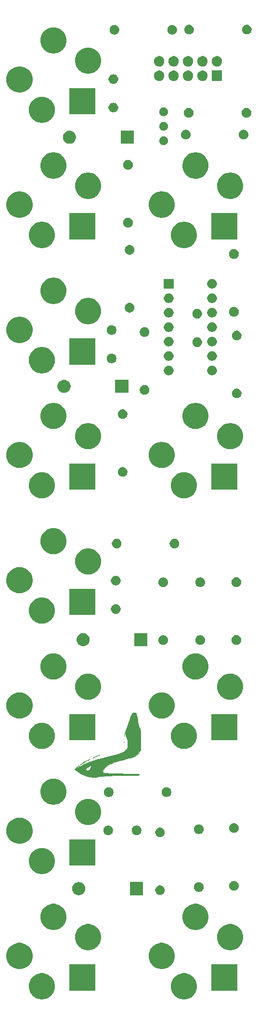
<source format=gbr>
G04 #@! TF.GenerationSoftware,KiCad,Pcbnew,(5.1.5)-3*
G04 #@! TF.CreationDate,2020-07-13T19:53:19+01:00*
G04 #@! TF.ProjectId,GATE2TRIG,47415445-3254-4524-9947-2e6b69636164,rev?*
G04 #@! TF.SameCoordinates,Original*
G04 #@! TF.FileFunction,Soldermask,Bot*
G04 #@! TF.FilePolarity,Negative*
%FSLAX46Y46*%
G04 Gerber Fmt 4.6, Leading zero omitted, Abs format (unit mm)*
G04 Created by KiCad (PCBNEW (5.1.5)-3) date 2020-07-13 19:53:19*
%MOMM*%
%LPD*%
G04 APERTURE LIST*
%ADD10C,0.010000*%
%ADD11C,0.100000*%
G04 APERTURE END LIST*
D10*
G36*
X58791615Y-146948868D02*
G01*
X58947238Y-146785552D01*
X59117030Y-146636878D01*
X59324659Y-146464808D01*
X59117030Y-146700193D01*
X59013853Y-146819397D01*
X58972495Y-146880611D01*
X59005835Y-146880669D01*
X59126750Y-146816405D01*
X59348118Y-146684655D01*
X59463079Y-146615132D01*
X59858521Y-146390444D01*
X60286426Y-146177793D01*
X60759827Y-145972795D01*
X61291754Y-145771066D01*
X61895238Y-145568223D01*
X62583309Y-145359881D01*
X63368998Y-145141656D01*
X64265336Y-144909164D01*
X65267926Y-144662227D01*
X65970192Y-144480651D01*
X66558032Y-144302915D01*
X67025149Y-144131265D01*
X67365247Y-143967946D01*
X67528838Y-143856005D01*
X67633548Y-143747393D01*
X67775158Y-143577733D01*
X67840282Y-143493671D01*
X67940538Y-143350702D01*
X68000772Y-143221305D01*
X68030449Y-143064015D01*
X68039032Y-142837368D01*
X68037724Y-142628548D01*
X68025305Y-142314289D01*
X67989902Y-142040845D01*
X67921183Y-141756073D01*
X67808812Y-141407832D01*
X67778816Y-141322082D01*
X67668570Y-141001957D01*
X67602792Y-140783328D01*
X67576487Y-140638411D01*
X67584665Y-140539421D01*
X67622330Y-140458573D01*
X67623344Y-140456959D01*
X67693705Y-140312574D01*
X67782161Y-140086723D01*
X67860951Y-139854768D01*
X68074943Y-139180192D01*
X68256000Y-138626234D01*
X68410234Y-138180714D01*
X68543757Y-137831452D01*
X68662684Y-137566269D01*
X68773127Y-137372986D01*
X68881199Y-137239422D01*
X68993013Y-137153397D01*
X69114682Y-137102733D01*
X69252319Y-137075250D01*
X69256267Y-137074721D01*
X69359277Y-137076031D01*
X69432745Y-137132849D01*
X69501221Y-137274380D01*
X69556963Y-137432425D01*
X69611209Y-137628974D01*
X69679976Y-137930324D01*
X69756620Y-138304485D01*
X69834497Y-138719466D01*
X69886558Y-139019332D01*
X69953664Y-139411151D01*
X70015211Y-139753678D01*
X70066904Y-140024327D01*
X70104452Y-140200512D01*
X70122239Y-140259341D01*
X70143441Y-140220776D01*
X70155172Y-140083327D01*
X70155995Y-140025486D01*
X70169246Y-139863282D01*
X70205073Y-139814280D01*
X70218529Y-139823624D01*
X70236470Y-139907696D01*
X70254493Y-140107718D01*
X70271995Y-140401222D01*
X70288371Y-140765740D01*
X70303015Y-141178805D01*
X70315322Y-141617949D01*
X70324688Y-142060703D01*
X70330509Y-142484599D01*
X70332179Y-142867171D01*
X70329093Y-143185950D01*
X70320647Y-143418468D01*
X70316713Y-143470981D01*
X70288533Y-143662610D01*
X70250384Y-143781094D01*
X70229809Y-143799727D01*
X70166935Y-143856812D01*
X70091843Y-143995348D01*
X70087094Y-144006610D01*
X69945547Y-144228914D01*
X69715249Y-144466894D01*
X69435987Y-144684871D01*
X69151851Y-144845271D01*
X69002085Y-144898891D01*
X68740723Y-144979061D01*
X68390599Y-145079341D01*
X67974548Y-145193289D01*
X67515405Y-145314468D01*
X67216821Y-145390985D01*
X66650986Y-145536816D01*
X66197372Y-145660387D01*
X65833008Y-145769153D01*
X65534924Y-145870573D01*
X65280148Y-145972101D01*
X65045709Y-146081196D01*
X64965944Y-146121651D01*
X64555583Y-146361384D01*
X64207905Y-146618960D01*
X63933717Y-146880756D01*
X63743827Y-147133147D01*
X63649041Y-147362510D01*
X63660166Y-147555221D01*
X63741600Y-147665113D01*
X63829092Y-147683416D01*
X64038110Y-147702934D01*
X64351775Y-147723121D01*
X64753205Y-147743432D01*
X65225519Y-147763319D01*
X65751835Y-147782237D01*
X66315272Y-147799638D01*
X66898950Y-147814978D01*
X67485988Y-147827708D01*
X68059503Y-147837284D01*
X68602615Y-147843158D01*
X69098443Y-147844784D01*
X69273570Y-147844159D01*
X69601967Y-147843756D01*
X69816225Y-147850150D01*
X69940602Y-147867853D01*
X69999361Y-147901380D01*
X70016761Y-147955243D01*
X70017575Y-147982579D01*
X70014765Y-148019840D01*
X69997487Y-148049990D01*
X69952470Y-148073794D01*
X69866440Y-148092018D01*
X69726127Y-148105427D01*
X69518258Y-148114786D01*
X69229562Y-148120859D01*
X68846766Y-148124413D01*
X68356599Y-148126211D01*
X67745788Y-148127020D01*
X67508719Y-148127205D01*
X66577148Y-148133711D01*
X65707127Y-148151344D01*
X64910213Y-148179413D01*
X64197959Y-148217230D01*
X63581918Y-148264103D01*
X63073646Y-148319342D01*
X62684695Y-148382257D01*
X62503846Y-148426196D01*
X62211008Y-148466031D01*
X61827934Y-148450119D01*
X61387762Y-148385472D01*
X60923630Y-148279103D01*
X60896769Y-148270774D01*
X60896769Y-147317292D01*
X61094395Y-147317256D01*
X61280249Y-147205661D01*
X61429166Y-146993198D01*
X61476489Y-146870561D01*
X61548804Y-146607123D01*
X61567062Y-146460100D01*
X61547319Y-146429700D01*
X61412779Y-146469630D01*
X61216594Y-146572170D01*
X61003566Y-146711440D01*
X60851332Y-146831726D01*
X60700257Y-146970562D01*
X60640672Y-147057379D01*
X60658327Y-147129482D01*
X60712539Y-147195078D01*
X60896769Y-147317292D01*
X60896769Y-148270774D01*
X60468674Y-148138027D01*
X60056033Y-147969255D01*
X59857168Y-147866050D01*
X59666701Y-147748929D01*
X59440336Y-147597840D01*
X59206430Y-147433366D01*
X58993342Y-147276093D01*
X58829428Y-147146605D01*
X58743047Y-147065486D01*
X58736376Y-147052468D01*
X58791615Y-146948868D01*
G37*
X58791615Y-146948868D02*
X58947238Y-146785552D01*
X59117030Y-146636878D01*
X59324659Y-146464808D01*
X59117030Y-146700193D01*
X59013853Y-146819397D01*
X58972495Y-146880611D01*
X59005835Y-146880669D01*
X59126750Y-146816405D01*
X59348118Y-146684655D01*
X59463079Y-146615132D01*
X59858521Y-146390444D01*
X60286426Y-146177793D01*
X60759827Y-145972795D01*
X61291754Y-145771066D01*
X61895238Y-145568223D01*
X62583309Y-145359881D01*
X63368998Y-145141656D01*
X64265336Y-144909164D01*
X65267926Y-144662227D01*
X65970192Y-144480651D01*
X66558032Y-144302915D01*
X67025149Y-144131265D01*
X67365247Y-143967946D01*
X67528838Y-143856005D01*
X67633548Y-143747393D01*
X67775158Y-143577733D01*
X67840282Y-143493671D01*
X67940538Y-143350702D01*
X68000772Y-143221305D01*
X68030449Y-143064015D01*
X68039032Y-142837368D01*
X68037724Y-142628548D01*
X68025305Y-142314289D01*
X67989902Y-142040845D01*
X67921183Y-141756073D01*
X67808812Y-141407832D01*
X67778816Y-141322082D01*
X67668570Y-141001957D01*
X67602792Y-140783328D01*
X67576487Y-140638411D01*
X67584665Y-140539421D01*
X67622330Y-140458573D01*
X67623344Y-140456959D01*
X67693705Y-140312574D01*
X67782161Y-140086723D01*
X67860951Y-139854768D01*
X68074943Y-139180192D01*
X68256000Y-138626234D01*
X68410234Y-138180714D01*
X68543757Y-137831452D01*
X68662684Y-137566269D01*
X68773127Y-137372986D01*
X68881199Y-137239422D01*
X68993013Y-137153397D01*
X69114682Y-137102733D01*
X69252319Y-137075250D01*
X69256267Y-137074721D01*
X69359277Y-137076031D01*
X69432745Y-137132849D01*
X69501221Y-137274380D01*
X69556963Y-137432425D01*
X69611209Y-137628974D01*
X69679976Y-137930324D01*
X69756620Y-138304485D01*
X69834497Y-138719466D01*
X69886558Y-139019332D01*
X69953664Y-139411151D01*
X70015211Y-139753678D01*
X70066904Y-140024327D01*
X70104452Y-140200512D01*
X70122239Y-140259341D01*
X70143441Y-140220776D01*
X70155172Y-140083327D01*
X70155995Y-140025486D01*
X70169246Y-139863282D01*
X70205073Y-139814280D01*
X70218529Y-139823624D01*
X70236470Y-139907696D01*
X70254493Y-140107718D01*
X70271995Y-140401222D01*
X70288371Y-140765740D01*
X70303015Y-141178805D01*
X70315322Y-141617949D01*
X70324688Y-142060703D01*
X70330509Y-142484599D01*
X70332179Y-142867171D01*
X70329093Y-143185950D01*
X70320647Y-143418468D01*
X70316713Y-143470981D01*
X70288533Y-143662610D01*
X70250384Y-143781094D01*
X70229809Y-143799727D01*
X70166935Y-143856812D01*
X70091843Y-143995348D01*
X70087094Y-144006610D01*
X69945547Y-144228914D01*
X69715249Y-144466894D01*
X69435987Y-144684871D01*
X69151851Y-144845271D01*
X69002085Y-144898891D01*
X68740723Y-144979061D01*
X68390599Y-145079341D01*
X67974548Y-145193289D01*
X67515405Y-145314468D01*
X67216821Y-145390985D01*
X66650986Y-145536816D01*
X66197372Y-145660387D01*
X65833008Y-145769153D01*
X65534924Y-145870573D01*
X65280148Y-145972101D01*
X65045709Y-146081196D01*
X64965944Y-146121651D01*
X64555583Y-146361384D01*
X64207905Y-146618960D01*
X63933717Y-146880756D01*
X63743827Y-147133147D01*
X63649041Y-147362510D01*
X63660166Y-147555221D01*
X63741600Y-147665113D01*
X63829092Y-147683416D01*
X64038110Y-147702934D01*
X64351775Y-147723121D01*
X64753205Y-147743432D01*
X65225519Y-147763319D01*
X65751835Y-147782237D01*
X66315272Y-147799638D01*
X66898950Y-147814978D01*
X67485988Y-147827708D01*
X68059503Y-147837284D01*
X68602615Y-147843158D01*
X69098443Y-147844784D01*
X69273570Y-147844159D01*
X69601967Y-147843756D01*
X69816225Y-147850150D01*
X69940602Y-147867853D01*
X69999361Y-147901380D01*
X70016761Y-147955243D01*
X70017575Y-147982579D01*
X70014765Y-148019840D01*
X69997487Y-148049990D01*
X69952470Y-148073794D01*
X69866440Y-148092018D01*
X69726127Y-148105427D01*
X69518258Y-148114786D01*
X69229562Y-148120859D01*
X68846766Y-148124413D01*
X68356599Y-148126211D01*
X67745788Y-148127020D01*
X67508719Y-148127205D01*
X66577148Y-148133711D01*
X65707127Y-148151344D01*
X64910213Y-148179413D01*
X64197959Y-148217230D01*
X63581918Y-148264103D01*
X63073646Y-148319342D01*
X62684695Y-148382257D01*
X62503846Y-148426196D01*
X62211008Y-148466031D01*
X61827934Y-148450119D01*
X61387762Y-148385472D01*
X60923630Y-148279103D01*
X60896769Y-148270774D01*
X60896769Y-147317292D01*
X61094395Y-147317256D01*
X61280249Y-147205661D01*
X61429166Y-146993198D01*
X61476489Y-146870561D01*
X61548804Y-146607123D01*
X61567062Y-146460100D01*
X61547319Y-146429700D01*
X61412779Y-146469630D01*
X61216594Y-146572170D01*
X61003566Y-146711440D01*
X60851332Y-146831726D01*
X60700257Y-146970562D01*
X60640672Y-147057379D01*
X60658327Y-147129482D01*
X60712539Y-147195078D01*
X60896769Y-147317292D01*
X60896769Y-148270774D01*
X60468674Y-148138027D01*
X60056033Y-147969255D01*
X59857168Y-147866050D01*
X59666701Y-147748929D01*
X59440336Y-147597840D01*
X59206430Y-147433366D01*
X58993342Y-147276093D01*
X58829428Y-147146605D01*
X58743047Y-147065486D01*
X58736376Y-147052468D01*
X58791615Y-146948868D01*
G36*
X67405369Y-140782591D02*
G01*
X67406303Y-140773342D01*
X67419136Y-140707852D01*
X67428871Y-140767147D01*
X67433813Y-140937600D01*
X67434102Y-140996730D01*
X67431052Y-141198767D01*
X67422468Y-141298714D01*
X67410050Y-141280270D01*
X67406861Y-141257811D01*
X67395242Y-141028942D01*
X67405369Y-140782591D01*
G37*
X67405369Y-140782591D02*
X67406303Y-140773342D01*
X67419136Y-140707852D01*
X67428871Y-140767147D01*
X67433813Y-140937600D01*
X67434102Y-140996730D01*
X67431052Y-141198767D01*
X67422468Y-141298714D01*
X67410050Y-141280270D01*
X67406861Y-141257811D01*
X67395242Y-141028942D01*
X67405369Y-140782591D01*
G36*
X67352997Y-142277112D02*
G01*
X67387602Y-142311717D01*
X67352997Y-142346321D01*
X67318392Y-142311717D01*
X67352997Y-142277112D01*
G37*
X67352997Y-142277112D02*
X67387602Y-142311717D01*
X67352997Y-142346321D01*
X67318392Y-142311717D01*
X67352997Y-142277112D01*
G36*
X63615668Y-144284196D02*
G01*
X63650273Y-144318801D01*
X63615668Y-144353406D01*
X63581063Y-144318801D01*
X63615668Y-144284196D01*
G37*
X63615668Y-144284196D02*
X63650273Y-144318801D01*
X63615668Y-144353406D01*
X63581063Y-144318801D01*
X63615668Y-144284196D01*
G36*
X63061989Y-144491826D02*
G01*
X63096594Y-144526430D01*
X63061989Y-144561035D01*
X63027384Y-144526430D01*
X63061989Y-144491826D01*
G37*
X63061989Y-144491826D02*
X63096594Y-144526430D01*
X63061989Y-144561035D01*
X63027384Y-144526430D01*
X63061989Y-144491826D01*
G36*
X62923570Y-144561035D02*
G01*
X62958174Y-144595640D01*
X62923570Y-144630245D01*
X62888965Y-144595640D01*
X62923570Y-144561035D01*
G37*
X62923570Y-144561035D02*
X62958174Y-144595640D01*
X62923570Y-144630245D01*
X62888965Y-144595640D01*
X62923570Y-144561035D01*
G36*
X62704405Y-144653315D02*
G01*
X62786541Y-144645032D01*
X62796685Y-144653315D01*
X62787185Y-144694460D01*
X62750545Y-144699455D01*
X62693578Y-144674132D01*
X62704405Y-144653315D01*
G37*
X62704405Y-144653315D02*
X62786541Y-144645032D01*
X62796685Y-144653315D01*
X62787185Y-144694460D01*
X62750545Y-144699455D01*
X62693578Y-144674132D01*
X62704405Y-144653315D01*
G36*
X62577521Y-144699455D02*
G01*
X62612125Y-144734060D01*
X62577521Y-144768665D01*
X62542916Y-144734060D01*
X62577521Y-144699455D01*
G37*
X62577521Y-144699455D02*
X62612125Y-144734060D01*
X62577521Y-144768665D01*
X62542916Y-144734060D01*
X62577521Y-144699455D01*
G36*
X62439101Y-144768665D02*
G01*
X62473706Y-144803270D01*
X62439101Y-144837875D01*
X62404496Y-144803270D01*
X62439101Y-144768665D01*
G37*
X62439101Y-144768665D02*
X62473706Y-144803270D01*
X62439101Y-144837875D01*
X62404496Y-144803270D01*
X62439101Y-144768665D01*
G36*
X62219937Y-144860944D02*
G01*
X62302072Y-144852661D01*
X62312216Y-144860944D01*
X62302716Y-144902090D01*
X62266076Y-144907084D01*
X62209109Y-144881762D01*
X62219937Y-144860944D01*
G37*
X62219937Y-144860944D02*
X62302072Y-144852661D01*
X62312216Y-144860944D01*
X62302716Y-144902090D01*
X62266076Y-144907084D01*
X62209109Y-144881762D01*
X62219937Y-144860944D01*
G36*
X62093052Y-144907084D02*
G01*
X62127657Y-144941689D01*
X62093052Y-144976294D01*
X62058447Y-144941689D01*
X62093052Y-144907084D01*
G37*
X62093052Y-144907084D02*
X62127657Y-144941689D01*
X62093052Y-144976294D01*
X62058447Y-144941689D01*
X62093052Y-144907084D01*
G36*
X61954632Y-144976294D02*
G01*
X61989237Y-145010899D01*
X61954632Y-145045504D01*
X61920027Y-145010899D01*
X61954632Y-144976294D01*
G37*
X61954632Y-144976294D02*
X61989237Y-145010899D01*
X61954632Y-145045504D01*
X61920027Y-145010899D01*
X61954632Y-144976294D01*
G36*
X61331744Y-145253133D02*
G01*
X61366349Y-145287738D01*
X61331744Y-145322343D01*
X61297139Y-145287738D01*
X61331744Y-145253133D01*
G37*
X61331744Y-145253133D02*
X61366349Y-145287738D01*
X61331744Y-145322343D01*
X61297139Y-145287738D01*
X61331744Y-145253133D01*
G36*
X61193324Y-145322343D02*
G01*
X61227929Y-145356948D01*
X61193324Y-145391553D01*
X61158719Y-145356948D01*
X61193324Y-145322343D01*
G37*
X61193324Y-145322343D02*
X61227929Y-145356948D01*
X61193324Y-145391553D01*
X61158719Y-145356948D01*
X61193324Y-145322343D01*
G36*
X61054905Y-145391553D02*
G01*
X61089510Y-145426158D01*
X61054905Y-145460763D01*
X61020300Y-145426158D01*
X61054905Y-145391553D01*
G37*
X61054905Y-145391553D02*
X61089510Y-145426158D01*
X61054905Y-145460763D01*
X61020300Y-145426158D01*
X61054905Y-145391553D01*
G36*
X60916485Y-145460763D02*
G01*
X60951090Y-145495368D01*
X60916485Y-145529973D01*
X60881880Y-145495368D01*
X60916485Y-145460763D01*
G37*
X60916485Y-145460763D02*
X60951090Y-145495368D01*
X60916485Y-145529973D01*
X60881880Y-145495368D01*
X60916485Y-145460763D01*
G36*
X60778065Y-145529973D02*
G01*
X60812670Y-145564578D01*
X60778065Y-145599182D01*
X60743461Y-145564578D01*
X60778065Y-145529973D01*
G37*
X60778065Y-145529973D02*
X60812670Y-145564578D01*
X60778065Y-145599182D01*
X60743461Y-145564578D01*
X60778065Y-145529973D01*
G36*
X59690335Y-146217324D02*
G01*
X59833530Y-146116177D01*
X60036434Y-145984029D01*
X60068665Y-145963768D01*
X60340090Y-145794274D01*
X60515313Y-145686626D01*
X60615337Y-145629024D01*
X60661162Y-145609668D01*
X60673788Y-145616757D01*
X60674251Y-145623499D01*
X60620019Y-145673139D01*
X60476825Y-145774286D01*
X60273920Y-145906434D01*
X60241689Y-145926695D01*
X59970265Y-146096189D01*
X59795041Y-146203837D01*
X59695017Y-146261439D01*
X59649193Y-146280795D01*
X59636566Y-146273706D01*
X59636104Y-146266964D01*
X59690335Y-146217324D01*
G37*
X59690335Y-146217324D02*
X59833530Y-146116177D01*
X60036434Y-145984029D01*
X60068665Y-145963768D01*
X60340090Y-145794274D01*
X60515313Y-145686626D01*
X60615337Y-145629024D01*
X60661162Y-145609668D01*
X60673788Y-145616757D01*
X60674251Y-145623499D01*
X60620019Y-145673139D01*
X60476825Y-145774286D01*
X60273920Y-145906434D01*
X60241689Y-145926695D01*
X59970265Y-146096189D01*
X59795041Y-146203837D01*
X59695017Y-146261439D01*
X59649193Y-146280795D01*
X59636566Y-146273706D01*
X59636104Y-146266964D01*
X59690335Y-146217324D01*
G36*
X59387260Y-146440394D02*
G01*
X59451597Y-146366677D01*
X59467164Y-146360490D01*
X59495610Y-146393336D01*
X59431869Y-146461719D01*
X59417781Y-146470914D01*
X59370421Y-146479071D01*
X59387260Y-146440394D01*
G37*
X59387260Y-146440394D02*
X59451597Y-146366677D01*
X59467164Y-146360490D01*
X59495610Y-146393336D01*
X59431869Y-146461719D01*
X59417781Y-146470914D01*
X59370421Y-146479071D01*
X59387260Y-146440394D01*
D11*
G36*
X78400903Y-182919213D02*
G01*
X78623177Y-182963426D01*
X79041932Y-183136880D01*
X79418802Y-183388696D01*
X79739304Y-183709198D01*
X79991120Y-184086068D01*
X80164574Y-184504823D01*
X80253000Y-184949371D01*
X80253000Y-185402629D01*
X80164574Y-185847177D01*
X79991120Y-186265932D01*
X79739304Y-186642802D01*
X79418802Y-186963304D01*
X79041932Y-187215120D01*
X78623177Y-187388574D01*
X78400903Y-187432787D01*
X78178630Y-187477000D01*
X77725370Y-187477000D01*
X77503097Y-187432787D01*
X77280823Y-187388574D01*
X76862068Y-187215120D01*
X76485198Y-186963304D01*
X76164696Y-186642802D01*
X75912880Y-186265932D01*
X75739426Y-185847177D01*
X75651000Y-185402629D01*
X75651000Y-184949371D01*
X75739426Y-184504823D01*
X75912880Y-184086068D01*
X76164696Y-183709198D01*
X76485198Y-183388696D01*
X76862068Y-183136880D01*
X77280823Y-182963426D01*
X77503097Y-182919213D01*
X77725370Y-182875000D01*
X78178630Y-182875000D01*
X78400903Y-182919213D01*
G37*
G36*
X53400903Y-182919213D02*
G01*
X53623177Y-182963426D01*
X54041932Y-183136880D01*
X54418802Y-183388696D01*
X54739304Y-183709198D01*
X54991120Y-184086068D01*
X55164574Y-184504823D01*
X55253000Y-184949371D01*
X55253000Y-185402629D01*
X55164574Y-185847177D01*
X54991120Y-186265932D01*
X54739304Y-186642802D01*
X54418802Y-186963304D01*
X54041932Y-187215120D01*
X53623177Y-187388574D01*
X53400903Y-187432787D01*
X53178630Y-187477000D01*
X52725370Y-187477000D01*
X52503097Y-187432787D01*
X52280823Y-187388574D01*
X51862068Y-187215120D01*
X51485198Y-186963304D01*
X51164696Y-186642802D01*
X50912880Y-186265932D01*
X50739426Y-185847177D01*
X50651000Y-185402629D01*
X50651000Y-184949371D01*
X50739426Y-184504823D01*
X50912880Y-184086068D01*
X51164696Y-183709198D01*
X51485198Y-183388696D01*
X51862068Y-183136880D01*
X52280823Y-182963426D01*
X52503097Y-182919213D01*
X52725370Y-182875000D01*
X53178630Y-182875000D01*
X53400903Y-182919213D01*
G37*
G36*
X62365000Y-185953000D02*
G01*
X57763000Y-185953000D01*
X57763000Y-181351000D01*
X62365000Y-181351000D01*
X62365000Y-185953000D01*
G37*
G36*
X87365000Y-185953000D02*
G01*
X82763000Y-185953000D01*
X82763000Y-181351000D01*
X87365000Y-181351000D01*
X87365000Y-185953000D01*
G37*
G36*
X49463903Y-177585213D02*
G01*
X49686177Y-177629426D01*
X50104932Y-177802880D01*
X50481802Y-178054696D01*
X50802304Y-178375198D01*
X51054120Y-178752068D01*
X51227574Y-179170823D01*
X51316000Y-179615371D01*
X51316000Y-180068629D01*
X51227574Y-180513177D01*
X51054120Y-180931932D01*
X50802304Y-181308802D01*
X50481802Y-181629304D01*
X50104932Y-181881120D01*
X49686177Y-182054574D01*
X49463903Y-182098787D01*
X49241630Y-182143000D01*
X48788370Y-182143000D01*
X48566097Y-182098787D01*
X48343823Y-182054574D01*
X47925068Y-181881120D01*
X47548198Y-181629304D01*
X47227696Y-181308802D01*
X46975880Y-180931932D01*
X46802426Y-180513177D01*
X46714000Y-180068629D01*
X46714000Y-179615371D01*
X46802426Y-179170823D01*
X46975880Y-178752068D01*
X47227696Y-178375198D01*
X47548198Y-178054696D01*
X47925068Y-177802880D01*
X48343823Y-177629426D01*
X48566097Y-177585213D01*
X48788370Y-177541000D01*
X49241630Y-177541000D01*
X49463903Y-177585213D01*
G37*
G36*
X74463903Y-177585213D02*
G01*
X74686177Y-177629426D01*
X75104932Y-177802880D01*
X75481802Y-178054696D01*
X75802304Y-178375198D01*
X76054120Y-178752068D01*
X76227574Y-179170823D01*
X76316000Y-179615371D01*
X76316000Y-180068629D01*
X76227574Y-180513177D01*
X76054120Y-180931932D01*
X75802304Y-181308802D01*
X75481802Y-181629304D01*
X75104932Y-181881120D01*
X74686177Y-182054574D01*
X74463903Y-182098787D01*
X74241630Y-182143000D01*
X73788370Y-182143000D01*
X73566097Y-182098787D01*
X73343823Y-182054574D01*
X72925068Y-181881120D01*
X72548198Y-181629304D01*
X72227696Y-181308802D01*
X71975880Y-180931932D01*
X71802426Y-180513177D01*
X71714000Y-180068629D01*
X71714000Y-179615371D01*
X71802426Y-179170823D01*
X71975880Y-178752068D01*
X72227696Y-178375198D01*
X72548198Y-178054696D01*
X72925068Y-177802880D01*
X73343823Y-177629426D01*
X73566097Y-177585213D01*
X73788370Y-177541000D01*
X74241630Y-177541000D01*
X74463903Y-177585213D01*
G37*
G36*
X61528903Y-174283213D02*
G01*
X61751177Y-174327426D01*
X62169932Y-174500880D01*
X62546802Y-174752696D01*
X62867304Y-175073198D01*
X63119120Y-175450068D01*
X63292574Y-175868823D01*
X63381000Y-176313371D01*
X63381000Y-176766629D01*
X63292574Y-177211177D01*
X63119120Y-177629932D01*
X62867304Y-178006802D01*
X62546802Y-178327304D01*
X62169932Y-178579120D01*
X61751177Y-178752574D01*
X61528903Y-178796787D01*
X61306630Y-178841000D01*
X60853370Y-178841000D01*
X60631097Y-178796787D01*
X60408823Y-178752574D01*
X59990068Y-178579120D01*
X59613198Y-178327304D01*
X59292696Y-178006802D01*
X59040880Y-177629932D01*
X58867426Y-177211177D01*
X58779000Y-176766629D01*
X58779000Y-176313371D01*
X58867426Y-175868823D01*
X59040880Y-175450068D01*
X59292696Y-175073198D01*
X59613198Y-174752696D01*
X59990068Y-174500880D01*
X60408823Y-174327426D01*
X60631097Y-174283213D01*
X60853370Y-174239000D01*
X61306630Y-174239000D01*
X61528903Y-174283213D01*
G37*
G36*
X86528903Y-174283213D02*
G01*
X86751177Y-174327426D01*
X87169932Y-174500880D01*
X87546802Y-174752696D01*
X87867304Y-175073198D01*
X88119120Y-175450068D01*
X88292574Y-175868823D01*
X88381000Y-176313371D01*
X88381000Y-176766629D01*
X88292574Y-177211177D01*
X88119120Y-177629932D01*
X87867304Y-178006802D01*
X87546802Y-178327304D01*
X87169932Y-178579120D01*
X86751177Y-178752574D01*
X86528903Y-178796787D01*
X86306630Y-178841000D01*
X85853370Y-178841000D01*
X85631097Y-178796787D01*
X85408823Y-178752574D01*
X84990068Y-178579120D01*
X84613198Y-178327304D01*
X84292696Y-178006802D01*
X84040880Y-177629932D01*
X83867426Y-177211177D01*
X83779000Y-176766629D01*
X83779000Y-176313371D01*
X83867426Y-175868823D01*
X84040880Y-175450068D01*
X84292696Y-175073198D01*
X84613198Y-174752696D01*
X84990068Y-174500880D01*
X85408823Y-174327426D01*
X85631097Y-174283213D01*
X85853370Y-174239000D01*
X86306630Y-174239000D01*
X86528903Y-174283213D01*
G37*
G36*
X55432903Y-170727213D02*
G01*
X55655177Y-170771426D01*
X56073932Y-170944880D01*
X56450802Y-171196696D01*
X56771304Y-171517198D01*
X57023120Y-171894068D01*
X57196574Y-172312823D01*
X57285000Y-172757371D01*
X57285000Y-173210629D01*
X57196574Y-173655177D01*
X57023120Y-174073932D01*
X56771304Y-174450802D01*
X56450802Y-174771304D01*
X56073932Y-175023120D01*
X55655177Y-175196574D01*
X55432903Y-175240787D01*
X55210630Y-175285000D01*
X54757370Y-175285000D01*
X54535097Y-175240787D01*
X54312823Y-175196574D01*
X53894068Y-175023120D01*
X53517198Y-174771304D01*
X53196696Y-174450802D01*
X52944880Y-174073932D01*
X52771426Y-173655177D01*
X52683000Y-173210629D01*
X52683000Y-172757371D01*
X52771426Y-172312823D01*
X52944880Y-171894068D01*
X53196696Y-171517198D01*
X53517198Y-171196696D01*
X53894068Y-170944880D01*
X54312823Y-170771426D01*
X54535097Y-170727213D01*
X54757370Y-170683000D01*
X55210630Y-170683000D01*
X55432903Y-170727213D01*
G37*
G36*
X80432903Y-170727213D02*
G01*
X80655177Y-170771426D01*
X81073932Y-170944880D01*
X81450802Y-171196696D01*
X81771304Y-171517198D01*
X82023120Y-171894068D01*
X82196574Y-172312823D01*
X82285000Y-172757371D01*
X82285000Y-173210629D01*
X82196574Y-173655177D01*
X82023120Y-174073932D01*
X81771304Y-174450802D01*
X81450802Y-174771304D01*
X81073932Y-175023120D01*
X80655177Y-175196574D01*
X80432903Y-175240787D01*
X80210630Y-175285000D01*
X79757370Y-175285000D01*
X79535097Y-175240787D01*
X79312823Y-175196574D01*
X78894068Y-175023120D01*
X78517198Y-174771304D01*
X78196696Y-174450802D01*
X77944880Y-174073932D01*
X77771426Y-173655177D01*
X77683000Y-173210629D01*
X77683000Y-172757371D01*
X77771426Y-172312823D01*
X77944880Y-171894068D01*
X78196696Y-171517198D01*
X78517198Y-171196696D01*
X78894068Y-170944880D01*
X79312823Y-170771426D01*
X79535097Y-170727213D01*
X79757370Y-170683000D01*
X80210630Y-170683000D01*
X80432903Y-170727213D01*
G37*
G36*
X59654349Y-166893116D02*
G01*
X59765534Y-166915232D01*
X59975003Y-167001997D01*
X60163520Y-167127960D01*
X60323840Y-167288280D01*
X60439371Y-167461185D01*
X60449804Y-167476799D01*
X60456006Y-167491772D01*
X60536568Y-167686266D01*
X60580800Y-167908636D01*
X60580800Y-168135364D01*
X60536568Y-168357734D01*
X60449803Y-168567203D01*
X60323840Y-168755720D01*
X60163520Y-168916040D01*
X59975003Y-169042003D01*
X59765534Y-169128768D01*
X59654349Y-169150884D01*
X59543165Y-169173000D01*
X59316435Y-169173000D01*
X59205251Y-169150884D01*
X59094066Y-169128768D01*
X58884597Y-169042003D01*
X58696080Y-168916040D01*
X58535760Y-168755720D01*
X58409797Y-168567203D01*
X58323032Y-168357734D01*
X58278800Y-168135364D01*
X58278800Y-167908636D01*
X58323032Y-167686266D01*
X58403594Y-167491772D01*
X58409796Y-167476799D01*
X58420229Y-167461185D01*
X58535760Y-167288280D01*
X58696080Y-167127960D01*
X58884597Y-167001997D01*
X59094066Y-166915232D01*
X59205251Y-166893116D01*
X59316435Y-166871000D01*
X59543165Y-166871000D01*
X59654349Y-166893116D01*
G37*
G36*
X70740800Y-169173000D02*
G01*
X68438800Y-169173000D01*
X68438800Y-166871000D01*
X70740800Y-166871000D01*
X70740800Y-169173000D01*
G37*
G36*
X73975728Y-167488703D02*
G01*
X74130600Y-167552853D01*
X74269981Y-167645985D01*
X74388515Y-167764519D01*
X74481647Y-167903900D01*
X74545797Y-168058772D01*
X74578500Y-168223184D01*
X74578500Y-168390816D01*
X74545797Y-168555228D01*
X74481647Y-168710100D01*
X74388515Y-168849481D01*
X74269981Y-168968015D01*
X74130600Y-169061147D01*
X73975728Y-169125297D01*
X73811316Y-169158000D01*
X73643684Y-169158000D01*
X73479272Y-169125297D01*
X73324400Y-169061147D01*
X73185019Y-168968015D01*
X73066485Y-168849481D01*
X72973353Y-168710100D01*
X72909203Y-168555228D01*
X72876500Y-168390816D01*
X72876500Y-168223184D01*
X72909203Y-168058772D01*
X72973353Y-167903900D01*
X73066485Y-167764519D01*
X73185019Y-167645985D01*
X73324400Y-167552853D01*
X73479272Y-167488703D01*
X73643684Y-167456000D01*
X73811316Y-167456000D01*
X73975728Y-167488703D01*
G37*
G36*
X80788028Y-166921703D02*
G01*
X80942900Y-166985853D01*
X81082281Y-167078985D01*
X81200815Y-167197519D01*
X81293947Y-167336900D01*
X81358097Y-167491772D01*
X81390800Y-167656184D01*
X81390800Y-167823816D01*
X81358097Y-167988228D01*
X81293947Y-168143100D01*
X81200815Y-168282481D01*
X81082281Y-168401015D01*
X80942900Y-168494147D01*
X80788028Y-168558297D01*
X80623616Y-168591000D01*
X80455984Y-168591000D01*
X80291572Y-168558297D01*
X80136700Y-168494147D01*
X79997319Y-168401015D01*
X79878785Y-168282481D01*
X79785653Y-168143100D01*
X79721503Y-167988228D01*
X79688800Y-167823816D01*
X79688800Y-167656184D01*
X79721503Y-167491772D01*
X79785653Y-167336900D01*
X79878785Y-167197519D01*
X79997319Y-167078985D01*
X80136700Y-166985853D01*
X80291572Y-166921703D01*
X80455984Y-166889000D01*
X80623616Y-166889000D01*
X80788028Y-166921703D01*
G37*
G36*
X86972928Y-166726703D02*
G01*
X87127800Y-166790853D01*
X87267181Y-166883985D01*
X87385715Y-167002519D01*
X87478847Y-167141900D01*
X87542997Y-167296772D01*
X87575700Y-167461184D01*
X87575700Y-167628816D01*
X87542997Y-167793228D01*
X87478847Y-167948100D01*
X87385715Y-168087481D01*
X87267181Y-168206015D01*
X87127800Y-168299147D01*
X86972928Y-168363297D01*
X86808516Y-168396000D01*
X86640884Y-168396000D01*
X86476472Y-168363297D01*
X86321600Y-168299147D01*
X86182219Y-168206015D01*
X86063685Y-168087481D01*
X85970553Y-167948100D01*
X85906403Y-167793228D01*
X85873700Y-167628816D01*
X85873700Y-167461184D01*
X85906403Y-167296772D01*
X85970553Y-167141900D01*
X86063685Y-167002519D01*
X86182219Y-166883985D01*
X86321600Y-166790853D01*
X86476472Y-166726703D01*
X86640884Y-166694000D01*
X86808516Y-166694000D01*
X86972928Y-166726703D01*
G37*
G36*
X53400903Y-160919213D02*
G01*
X53623177Y-160963426D01*
X54041932Y-161136880D01*
X54418802Y-161388696D01*
X54739304Y-161709198D01*
X54991120Y-162086068D01*
X55164574Y-162504823D01*
X55253000Y-162949371D01*
X55253000Y-163402629D01*
X55164574Y-163847177D01*
X54991120Y-164265932D01*
X54739304Y-164642802D01*
X54418802Y-164963304D01*
X54041932Y-165215120D01*
X53623177Y-165388574D01*
X53400903Y-165432787D01*
X53178630Y-165477000D01*
X52725370Y-165477000D01*
X52503097Y-165432787D01*
X52280823Y-165388574D01*
X51862068Y-165215120D01*
X51485198Y-164963304D01*
X51164696Y-164642802D01*
X50912880Y-164265932D01*
X50739426Y-163847177D01*
X50651000Y-163402629D01*
X50651000Y-162949371D01*
X50739426Y-162504823D01*
X50912880Y-162086068D01*
X51164696Y-161709198D01*
X51485198Y-161388696D01*
X51862068Y-161136880D01*
X52280823Y-160963426D01*
X52503097Y-160919213D01*
X52725370Y-160875000D01*
X53178630Y-160875000D01*
X53400903Y-160919213D01*
G37*
G36*
X62365000Y-163953000D02*
G01*
X57763000Y-163953000D01*
X57763000Y-159351000D01*
X62365000Y-159351000D01*
X62365000Y-163953000D01*
G37*
G36*
X49463903Y-155585213D02*
G01*
X49686177Y-155629426D01*
X50104932Y-155802880D01*
X50481802Y-156054696D01*
X50802304Y-156375198D01*
X51054120Y-156752068D01*
X51227574Y-157170823D01*
X51259589Y-157331772D01*
X51316000Y-157615370D01*
X51316000Y-158068630D01*
X51305288Y-158122481D01*
X51227574Y-158513177D01*
X51054120Y-158931932D01*
X50802304Y-159308802D01*
X50481802Y-159629304D01*
X50104932Y-159881120D01*
X49686177Y-160054574D01*
X49463903Y-160098787D01*
X49241630Y-160143000D01*
X48788370Y-160143000D01*
X48566097Y-160098787D01*
X48343823Y-160054574D01*
X47925068Y-159881120D01*
X47548198Y-159629304D01*
X47227696Y-159308802D01*
X46975880Y-158931932D01*
X46802426Y-158513177D01*
X46724712Y-158122481D01*
X46714000Y-158068630D01*
X46714000Y-157615370D01*
X46770411Y-157331772D01*
X46802426Y-157170823D01*
X46975880Y-156752068D01*
X47227696Y-156375198D01*
X47548198Y-156054696D01*
X47925068Y-155802880D01*
X48343823Y-155629426D01*
X48566097Y-155585213D01*
X48788370Y-155541000D01*
X49241630Y-155541000D01*
X49463903Y-155585213D01*
G37*
G36*
X73975728Y-157328703D02*
G01*
X74130600Y-157392853D01*
X74269981Y-157485985D01*
X74388515Y-157604519D01*
X74481647Y-157743900D01*
X74545797Y-157898772D01*
X74578500Y-158063184D01*
X74578500Y-158230816D01*
X74545797Y-158395228D01*
X74481647Y-158550100D01*
X74388515Y-158689481D01*
X74269981Y-158808015D01*
X74130600Y-158901147D01*
X73975728Y-158965297D01*
X73811316Y-158998000D01*
X73643684Y-158998000D01*
X73479272Y-158965297D01*
X73324400Y-158901147D01*
X73185019Y-158808015D01*
X73066485Y-158689481D01*
X72973353Y-158550100D01*
X72909203Y-158395228D01*
X72876500Y-158230816D01*
X72876500Y-158063184D01*
X72909203Y-157898772D01*
X72973353Y-157743900D01*
X73066485Y-157604519D01*
X73185019Y-157485985D01*
X73324400Y-157392853D01*
X73479272Y-157328703D01*
X73643684Y-157296000D01*
X73811316Y-157296000D01*
X73975728Y-157328703D01*
G37*
G36*
X64846928Y-156977703D02*
G01*
X65001800Y-157041853D01*
X65141181Y-157134985D01*
X65259715Y-157253519D01*
X65352847Y-157392900D01*
X65416997Y-157547772D01*
X65449700Y-157712184D01*
X65449700Y-157879816D01*
X65416997Y-158044228D01*
X65352847Y-158199100D01*
X65259715Y-158338481D01*
X65141181Y-158457015D01*
X65001800Y-158550147D01*
X64846928Y-158614297D01*
X64682516Y-158647000D01*
X64514884Y-158647000D01*
X64350472Y-158614297D01*
X64195600Y-158550147D01*
X64056219Y-158457015D01*
X63937685Y-158338481D01*
X63844553Y-158199100D01*
X63780403Y-158044228D01*
X63747700Y-157879816D01*
X63747700Y-157712184D01*
X63780403Y-157547772D01*
X63844553Y-157392900D01*
X63937685Y-157253519D01*
X64056219Y-157134985D01*
X64195600Y-157041853D01*
X64350472Y-156977703D01*
X64514884Y-156945000D01*
X64682516Y-156945000D01*
X64846928Y-156977703D01*
G37*
G36*
X69846928Y-156977703D02*
G01*
X70001800Y-157041853D01*
X70141181Y-157134985D01*
X70259715Y-157253519D01*
X70352847Y-157392900D01*
X70416997Y-157547772D01*
X70449700Y-157712184D01*
X70449700Y-157879816D01*
X70416997Y-158044228D01*
X70352847Y-158199100D01*
X70259715Y-158338481D01*
X70141181Y-158457015D01*
X70001800Y-158550147D01*
X69846928Y-158614297D01*
X69682516Y-158647000D01*
X69514884Y-158647000D01*
X69350472Y-158614297D01*
X69195600Y-158550147D01*
X69056219Y-158457015D01*
X68937685Y-158338481D01*
X68844553Y-158199100D01*
X68780403Y-158044228D01*
X68747700Y-157879816D01*
X68747700Y-157712184D01*
X68780403Y-157547772D01*
X68844553Y-157392900D01*
X68937685Y-157253519D01*
X69056219Y-157134985D01*
X69195600Y-157041853D01*
X69350472Y-156977703D01*
X69514884Y-156945000D01*
X69682516Y-156945000D01*
X69846928Y-156977703D01*
G37*
G36*
X80788028Y-156761703D02*
G01*
X80942900Y-156825853D01*
X81082281Y-156918985D01*
X81200815Y-157037519D01*
X81293947Y-157176900D01*
X81358097Y-157331772D01*
X81390800Y-157496184D01*
X81390800Y-157663816D01*
X81358097Y-157828228D01*
X81293947Y-157983100D01*
X81200815Y-158122481D01*
X81082281Y-158241015D01*
X80942900Y-158334147D01*
X80788028Y-158398297D01*
X80623616Y-158431000D01*
X80455984Y-158431000D01*
X80291572Y-158398297D01*
X80136700Y-158334147D01*
X79997319Y-158241015D01*
X79878785Y-158122481D01*
X79785653Y-157983100D01*
X79721503Y-157828228D01*
X79688800Y-157663816D01*
X79688800Y-157496184D01*
X79721503Y-157331772D01*
X79785653Y-157176900D01*
X79878785Y-157037519D01*
X79997319Y-156918985D01*
X80136700Y-156825853D01*
X80291572Y-156761703D01*
X80455984Y-156729000D01*
X80623616Y-156729000D01*
X80788028Y-156761703D01*
G37*
G36*
X86972928Y-156566703D02*
G01*
X87127800Y-156630853D01*
X87267181Y-156723985D01*
X87385715Y-156842519D01*
X87478847Y-156981900D01*
X87542997Y-157136772D01*
X87575700Y-157301184D01*
X87575700Y-157468816D01*
X87542997Y-157633228D01*
X87478847Y-157788100D01*
X87385715Y-157927481D01*
X87267181Y-158046015D01*
X87127800Y-158139147D01*
X86972928Y-158203297D01*
X86808516Y-158236000D01*
X86640884Y-158236000D01*
X86476472Y-158203297D01*
X86321600Y-158139147D01*
X86182219Y-158046015D01*
X86063685Y-157927481D01*
X85970553Y-157788100D01*
X85906403Y-157633228D01*
X85873700Y-157468816D01*
X85873700Y-157301184D01*
X85906403Y-157136772D01*
X85970553Y-156981900D01*
X86063685Y-156842519D01*
X86182219Y-156723985D01*
X86321600Y-156630853D01*
X86476472Y-156566703D01*
X86640884Y-156534000D01*
X86808516Y-156534000D01*
X86972928Y-156566703D01*
G37*
G36*
X61528903Y-152283213D02*
G01*
X61751177Y-152327426D01*
X62169932Y-152500880D01*
X62546802Y-152752696D01*
X62867304Y-153073198D01*
X63119120Y-153450068D01*
X63292574Y-153868823D01*
X63381000Y-154313371D01*
X63381000Y-154766629D01*
X63292574Y-155211177D01*
X63119120Y-155629932D01*
X62867304Y-156006802D01*
X62546802Y-156327304D01*
X62169932Y-156579120D01*
X61751177Y-156752574D01*
X61705282Y-156761703D01*
X61306630Y-156841000D01*
X60853370Y-156841000D01*
X60454718Y-156761703D01*
X60408823Y-156752574D01*
X59990068Y-156579120D01*
X59613198Y-156327304D01*
X59292696Y-156006802D01*
X59040880Y-155629932D01*
X58867426Y-155211177D01*
X58779000Y-154766629D01*
X58779000Y-154313371D01*
X58867426Y-153868823D01*
X59040880Y-153450068D01*
X59292696Y-153073198D01*
X59613198Y-152752696D01*
X59990068Y-152500880D01*
X60408823Y-152327426D01*
X60631097Y-152283213D01*
X60853370Y-152239000D01*
X61306630Y-152239000D01*
X61528903Y-152283213D01*
G37*
G36*
X55432903Y-148727213D02*
G01*
X55655177Y-148771426D01*
X56073932Y-148944880D01*
X56450802Y-149196696D01*
X56771304Y-149517198D01*
X57023120Y-149894068D01*
X57196574Y-150312823D01*
X57285000Y-150757371D01*
X57285000Y-151210629D01*
X57196574Y-151655177D01*
X57023120Y-152073932D01*
X56771304Y-152450802D01*
X56450802Y-152771304D01*
X56073932Y-153023120D01*
X55655177Y-153196574D01*
X55432903Y-153240787D01*
X55210630Y-153285000D01*
X54757370Y-153285000D01*
X54535097Y-153240787D01*
X54312823Y-153196574D01*
X53894068Y-153023120D01*
X53517198Y-152771304D01*
X53196696Y-152450802D01*
X52944880Y-152073932D01*
X52771426Y-151655177D01*
X52683000Y-151210629D01*
X52683000Y-150757371D01*
X52771426Y-150312823D01*
X52944880Y-149894068D01*
X53196696Y-149517198D01*
X53517198Y-149196696D01*
X53894068Y-148944880D01*
X54312823Y-148771426D01*
X54535097Y-148727213D01*
X54757370Y-148683000D01*
X55210630Y-148683000D01*
X55432903Y-148727213D01*
G37*
G36*
X75106028Y-150246703D02*
G01*
X75260900Y-150310853D01*
X75400281Y-150403985D01*
X75518815Y-150522519D01*
X75611947Y-150661900D01*
X75676097Y-150816772D01*
X75708800Y-150981184D01*
X75708800Y-151148816D01*
X75676097Y-151313228D01*
X75611947Y-151468100D01*
X75518815Y-151607481D01*
X75400281Y-151726015D01*
X75260900Y-151819147D01*
X75106028Y-151883297D01*
X74941616Y-151916000D01*
X74773984Y-151916000D01*
X74609572Y-151883297D01*
X74454700Y-151819147D01*
X74315319Y-151726015D01*
X74196785Y-151607481D01*
X74103653Y-151468100D01*
X74039503Y-151313228D01*
X74006800Y-151148816D01*
X74006800Y-150981184D01*
X74039503Y-150816772D01*
X74103653Y-150661900D01*
X74196785Y-150522519D01*
X74315319Y-150403985D01*
X74454700Y-150310853D01*
X74609572Y-150246703D01*
X74773984Y-150214000D01*
X74941616Y-150214000D01*
X75106028Y-150246703D01*
G37*
G36*
X64946028Y-150246703D02*
G01*
X65100900Y-150310853D01*
X65240281Y-150403985D01*
X65358815Y-150522519D01*
X65451947Y-150661900D01*
X65516097Y-150816772D01*
X65548800Y-150981184D01*
X65548800Y-151148816D01*
X65516097Y-151313228D01*
X65451947Y-151468100D01*
X65358815Y-151607481D01*
X65240281Y-151726015D01*
X65100900Y-151819147D01*
X64946028Y-151883297D01*
X64781616Y-151916000D01*
X64613984Y-151916000D01*
X64449572Y-151883297D01*
X64294700Y-151819147D01*
X64155319Y-151726015D01*
X64036785Y-151607481D01*
X63943653Y-151468100D01*
X63879503Y-151313228D01*
X63846800Y-151148816D01*
X63846800Y-150981184D01*
X63879503Y-150816772D01*
X63943653Y-150661900D01*
X64036785Y-150522519D01*
X64155319Y-150403985D01*
X64294700Y-150310853D01*
X64449572Y-150246703D01*
X64613984Y-150214000D01*
X64781616Y-150214000D01*
X64946028Y-150246703D01*
G37*
G36*
X78400903Y-138919213D02*
G01*
X78623177Y-138963426D01*
X79041932Y-139136880D01*
X79418802Y-139388696D01*
X79739304Y-139709198D01*
X79991120Y-140086068D01*
X80164574Y-140504823D01*
X80253000Y-140949371D01*
X80253000Y-141402629D01*
X80164574Y-141847177D01*
X79991120Y-142265932D01*
X79739304Y-142642802D01*
X79418802Y-142963304D01*
X79041932Y-143215120D01*
X78623177Y-143388574D01*
X78400903Y-143432787D01*
X78178630Y-143477000D01*
X77725370Y-143477000D01*
X77503097Y-143432787D01*
X77280823Y-143388574D01*
X76862068Y-143215120D01*
X76485198Y-142963304D01*
X76164696Y-142642802D01*
X75912880Y-142265932D01*
X75739426Y-141847177D01*
X75651000Y-141402629D01*
X75651000Y-140949371D01*
X75739426Y-140504823D01*
X75912880Y-140086068D01*
X76164696Y-139709198D01*
X76485198Y-139388696D01*
X76862068Y-139136880D01*
X77280823Y-138963426D01*
X77503097Y-138919213D01*
X77725370Y-138875000D01*
X78178630Y-138875000D01*
X78400903Y-138919213D01*
G37*
G36*
X53400903Y-138919213D02*
G01*
X53623177Y-138963426D01*
X54041932Y-139136880D01*
X54418802Y-139388696D01*
X54739304Y-139709198D01*
X54991120Y-140086068D01*
X55164574Y-140504823D01*
X55253000Y-140949371D01*
X55253000Y-141402629D01*
X55164574Y-141847177D01*
X54991120Y-142265932D01*
X54739304Y-142642802D01*
X54418802Y-142963304D01*
X54041932Y-143215120D01*
X53623177Y-143388574D01*
X53400903Y-143432787D01*
X53178630Y-143477000D01*
X52725370Y-143477000D01*
X52503097Y-143432787D01*
X52280823Y-143388574D01*
X51862068Y-143215120D01*
X51485198Y-142963304D01*
X51164696Y-142642802D01*
X50912880Y-142265932D01*
X50739426Y-141847177D01*
X50651000Y-141402629D01*
X50651000Y-140949371D01*
X50739426Y-140504823D01*
X50912880Y-140086068D01*
X51164696Y-139709198D01*
X51485198Y-139388696D01*
X51862068Y-139136880D01*
X52280823Y-138963426D01*
X52503097Y-138919213D01*
X52725370Y-138875000D01*
X53178630Y-138875000D01*
X53400903Y-138919213D01*
G37*
G36*
X87365000Y-141953000D02*
G01*
X82763000Y-141953000D01*
X82763000Y-137351000D01*
X87365000Y-137351000D01*
X87365000Y-141953000D01*
G37*
G36*
X62365000Y-141953000D02*
G01*
X57763000Y-141953000D01*
X57763000Y-137351000D01*
X62365000Y-137351000D01*
X62365000Y-141953000D01*
G37*
G36*
X49463903Y-133585213D02*
G01*
X49686177Y-133629426D01*
X50104932Y-133802880D01*
X50481802Y-134054696D01*
X50802304Y-134375198D01*
X51054120Y-134752068D01*
X51227574Y-135170823D01*
X51316000Y-135615371D01*
X51316000Y-136068629D01*
X51227574Y-136513177D01*
X51054120Y-136931932D01*
X50802304Y-137308802D01*
X50481802Y-137629304D01*
X50104932Y-137881120D01*
X49686177Y-138054574D01*
X49463903Y-138098787D01*
X49241630Y-138143000D01*
X48788370Y-138143000D01*
X48566097Y-138098787D01*
X48343823Y-138054574D01*
X47925068Y-137881120D01*
X47548198Y-137629304D01*
X47227696Y-137308802D01*
X46975880Y-136931932D01*
X46802426Y-136513177D01*
X46714000Y-136068629D01*
X46714000Y-135615371D01*
X46802426Y-135170823D01*
X46975880Y-134752068D01*
X47227696Y-134375198D01*
X47548198Y-134054696D01*
X47925068Y-133802880D01*
X48343823Y-133629426D01*
X48566097Y-133585213D01*
X48788370Y-133541000D01*
X49241630Y-133541000D01*
X49463903Y-133585213D01*
G37*
G36*
X74463903Y-133585213D02*
G01*
X74686177Y-133629426D01*
X75104932Y-133802880D01*
X75481802Y-134054696D01*
X75802304Y-134375198D01*
X76054120Y-134752068D01*
X76227574Y-135170823D01*
X76316000Y-135615371D01*
X76316000Y-136068629D01*
X76227574Y-136513177D01*
X76054120Y-136931932D01*
X75802304Y-137308802D01*
X75481802Y-137629304D01*
X75104932Y-137881120D01*
X74686177Y-138054574D01*
X74463903Y-138098787D01*
X74241630Y-138143000D01*
X73788370Y-138143000D01*
X73566097Y-138098787D01*
X73343823Y-138054574D01*
X72925068Y-137881120D01*
X72548198Y-137629304D01*
X72227696Y-137308802D01*
X71975880Y-136931932D01*
X71802426Y-136513177D01*
X71714000Y-136068629D01*
X71714000Y-135615371D01*
X71802426Y-135170823D01*
X71975880Y-134752068D01*
X72227696Y-134375198D01*
X72548198Y-134054696D01*
X72925068Y-133802880D01*
X73343823Y-133629426D01*
X73566097Y-133585213D01*
X73788370Y-133541000D01*
X74241630Y-133541000D01*
X74463903Y-133585213D01*
G37*
G36*
X61528903Y-130283213D02*
G01*
X61751177Y-130327426D01*
X62169932Y-130500880D01*
X62546802Y-130752696D01*
X62867304Y-131073198D01*
X63119120Y-131450068D01*
X63292574Y-131868823D01*
X63381000Y-132313371D01*
X63381000Y-132766629D01*
X63292574Y-133211177D01*
X63119120Y-133629932D01*
X62867304Y-134006802D01*
X62546802Y-134327304D01*
X62169932Y-134579120D01*
X61751177Y-134752574D01*
X61528903Y-134796787D01*
X61306630Y-134841000D01*
X60853370Y-134841000D01*
X60631097Y-134796787D01*
X60408823Y-134752574D01*
X59990068Y-134579120D01*
X59613198Y-134327304D01*
X59292696Y-134006802D01*
X59040880Y-133629932D01*
X58867426Y-133211177D01*
X58779000Y-132766629D01*
X58779000Y-132313371D01*
X58867426Y-131868823D01*
X59040880Y-131450068D01*
X59292696Y-131073198D01*
X59613198Y-130752696D01*
X59990068Y-130500880D01*
X60408823Y-130327426D01*
X60631097Y-130283213D01*
X60853370Y-130239000D01*
X61306630Y-130239000D01*
X61528903Y-130283213D01*
G37*
G36*
X86528903Y-130283213D02*
G01*
X86751177Y-130327426D01*
X87169932Y-130500880D01*
X87546802Y-130752696D01*
X87867304Y-131073198D01*
X88119120Y-131450068D01*
X88292574Y-131868823D01*
X88381000Y-132313371D01*
X88381000Y-132766629D01*
X88292574Y-133211177D01*
X88119120Y-133629932D01*
X87867304Y-134006802D01*
X87546802Y-134327304D01*
X87169932Y-134579120D01*
X86751177Y-134752574D01*
X86528903Y-134796787D01*
X86306630Y-134841000D01*
X85853370Y-134841000D01*
X85631097Y-134796787D01*
X85408823Y-134752574D01*
X84990068Y-134579120D01*
X84613198Y-134327304D01*
X84292696Y-134006802D01*
X84040880Y-133629932D01*
X83867426Y-133211177D01*
X83779000Y-132766629D01*
X83779000Y-132313371D01*
X83867426Y-131868823D01*
X84040880Y-131450068D01*
X84292696Y-131073198D01*
X84613198Y-130752696D01*
X84990068Y-130500880D01*
X85408823Y-130327426D01*
X85631097Y-130283213D01*
X85853370Y-130239000D01*
X86306630Y-130239000D01*
X86528903Y-130283213D01*
G37*
G36*
X80432903Y-126727213D02*
G01*
X80655177Y-126771426D01*
X81073932Y-126944880D01*
X81450802Y-127196696D01*
X81771304Y-127517198D01*
X82023120Y-127894068D01*
X82196574Y-128312823D01*
X82285000Y-128757371D01*
X82285000Y-129210629D01*
X82196574Y-129655177D01*
X82023120Y-130073932D01*
X81771304Y-130450802D01*
X81450802Y-130771304D01*
X81073932Y-131023120D01*
X80655177Y-131196574D01*
X80432903Y-131240787D01*
X80210630Y-131285000D01*
X79757370Y-131285000D01*
X79535097Y-131240787D01*
X79312823Y-131196574D01*
X78894068Y-131023120D01*
X78517198Y-130771304D01*
X78196696Y-130450802D01*
X77944880Y-130073932D01*
X77771426Y-129655177D01*
X77683000Y-129210629D01*
X77683000Y-128757371D01*
X77771426Y-128312823D01*
X77944880Y-127894068D01*
X78196696Y-127517198D01*
X78517198Y-127196696D01*
X78894068Y-126944880D01*
X79312823Y-126771426D01*
X79535097Y-126727213D01*
X79757370Y-126683000D01*
X80210630Y-126683000D01*
X80432903Y-126727213D01*
G37*
G36*
X55432903Y-126727213D02*
G01*
X55655177Y-126771426D01*
X56073932Y-126944880D01*
X56450802Y-127196696D01*
X56771304Y-127517198D01*
X57023120Y-127894068D01*
X57196574Y-128312823D01*
X57285000Y-128757371D01*
X57285000Y-129210629D01*
X57196574Y-129655177D01*
X57023120Y-130073932D01*
X56771304Y-130450802D01*
X56450802Y-130771304D01*
X56073932Y-131023120D01*
X55655177Y-131196574D01*
X55432903Y-131240787D01*
X55210630Y-131285000D01*
X54757370Y-131285000D01*
X54535097Y-131240787D01*
X54312823Y-131196574D01*
X53894068Y-131023120D01*
X53517198Y-130771304D01*
X53196696Y-130450802D01*
X52944880Y-130073932D01*
X52771426Y-129655177D01*
X52683000Y-129210629D01*
X52683000Y-128757371D01*
X52771426Y-128312823D01*
X52944880Y-127894068D01*
X53196696Y-127517198D01*
X53517198Y-127196696D01*
X53894068Y-126944880D01*
X54312823Y-126771426D01*
X54535097Y-126727213D01*
X54757370Y-126683000D01*
X55210630Y-126683000D01*
X55432903Y-126727213D01*
G37*
G36*
X71518100Y-125417000D02*
G01*
X69216100Y-125417000D01*
X69216100Y-123115000D01*
X71518100Y-123115000D01*
X71518100Y-125417000D01*
G37*
G36*
X60431649Y-123137116D02*
G01*
X60542834Y-123159232D01*
X60752303Y-123245997D01*
X60940820Y-123371960D01*
X61101140Y-123532280D01*
X61227103Y-123720797D01*
X61313868Y-123930266D01*
X61315566Y-123938803D01*
X61358100Y-124152635D01*
X61358100Y-124379365D01*
X61335984Y-124490549D01*
X61313868Y-124601734D01*
X61227103Y-124811203D01*
X61101140Y-124999720D01*
X60940820Y-125160040D01*
X60752303Y-125286003D01*
X60542834Y-125372768D01*
X60431649Y-125394884D01*
X60320465Y-125417000D01*
X60093735Y-125417000D01*
X59982551Y-125394884D01*
X59871366Y-125372768D01*
X59661897Y-125286003D01*
X59473380Y-125160040D01*
X59313060Y-124999720D01*
X59187097Y-124811203D01*
X59100332Y-124601734D01*
X59078216Y-124490549D01*
X59056100Y-124379365D01*
X59056100Y-124152635D01*
X59098634Y-123938803D01*
X59100332Y-123930266D01*
X59187097Y-123720797D01*
X59313060Y-123532280D01*
X59473380Y-123371960D01*
X59661897Y-123245997D01*
X59871366Y-123159232D01*
X59982551Y-123137116D01*
X60093735Y-123115000D01*
X60320465Y-123115000D01*
X60431649Y-123137116D01*
G37*
G36*
X81039428Y-123538703D02*
G01*
X81194300Y-123602853D01*
X81333681Y-123695985D01*
X81452215Y-123814519D01*
X81545347Y-123953900D01*
X81609497Y-124108772D01*
X81642200Y-124273184D01*
X81642200Y-124440816D01*
X81609497Y-124605228D01*
X81545347Y-124760100D01*
X81452215Y-124899481D01*
X81333681Y-125018015D01*
X81194300Y-125111147D01*
X81039428Y-125175297D01*
X80875016Y-125208000D01*
X80707384Y-125208000D01*
X80542972Y-125175297D01*
X80388100Y-125111147D01*
X80248719Y-125018015D01*
X80130185Y-124899481D01*
X80037053Y-124760100D01*
X79972903Y-124605228D01*
X79940200Y-124440816D01*
X79940200Y-124273184D01*
X79972903Y-124108772D01*
X80037053Y-123953900D01*
X80130185Y-123814519D01*
X80248719Y-123695985D01*
X80388100Y-123602853D01*
X80542972Y-123538703D01*
X80707384Y-123506000D01*
X80875016Y-123506000D01*
X81039428Y-123538703D01*
G37*
G36*
X74539628Y-123538703D02*
G01*
X74694500Y-123602853D01*
X74833881Y-123695985D01*
X74952415Y-123814519D01*
X75045547Y-123953900D01*
X75109697Y-124108772D01*
X75142400Y-124273184D01*
X75142400Y-124440816D01*
X75109697Y-124605228D01*
X75045547Y-124760100D01*
X74952415Y-124899481D01*
X74833881Y-125018015D01*
X74694500Y-125111147D01*
X74539628Y-125175297D01*
X74375216Y-125208000D01*
X74207584Y-125208000D01*
X74043172Y-125175297D01*
X73888300Y-125111147D01*
X73748919Y-125018015D01*
X73630385Y-124899481D01*
X73537253Y-124760100D01*
X73473103Y-124605228D01*
X73440400Y-124440816D01*
X73440400Y-124273184D01*
X73473103Y-124108772D01*
X73537253Y-123953900D01*
X73630385Y-123814519D01*
X73748919Y-123695985D01*
X73888300Y-123602853D01*
X74043172Y-123538703D01*
X74207584Y-123506000D01*
X74375216Y-123506000D01*
X74539628Y-123538703D01*
G37*
G36*
X87399628Y-123523603D02*
G01*
X87554500Y-123587753D01*
X87693881Y-123680885D01*
X87812415Y-123799419D01*
X87905547Y-123938800D01*
X87969697Y-124093672D01*
X88002400Y-124258084D01*
X88002400Y-124425716D01*
X87969697Y-124590128D01*
X87905547Y-124745000D01*
X87812415Y-124884381D01*
X87693881Y-125002915D01*
X87554500Y-125096047D01*
X87399628Y-125160197D01*
X87235216Y-125192900D01*
X87067584Y-125192900D01*
X86903172Y-125160197D01*
X86748300Y-125096047D01*
X86608919Y-125002915D01*
X86490385Y-124884381D01*
X86397253Y-124745000D01*
X86333103Y-124590128D01*
X86300400Y-124425716D01*
X86300400Y-124258084D01*
X86333103Y-124093672D01*
X86397253Y-123938800D01*
X86490385Y-123799419D01*
X86608919Y-123680885D01*
X86748300Y-123587753D01*
X86903172Y-123523603D01*
X87067584Y-123490900D01*
X87235216Y-123490900D01*
X87399628Y-123523603D01*
G37*
G36*
X53400903Y-116919213D02*
G01*
X53623177Y-116963426D01*
X54041932Y-117136880D01*
X54418802Y-117388696D01*
X54739304Y-117709198D01*
X54991120Y-118086068D01*
X55164574Y-118504823D01*
X55253000Y-118949371D01*
X55253000Y-119402629D01*
X55164574Y-119847177D01*
X54991120Y-120265932D01*
X54739304Y-120642802D01*
X54418802Y-120963304D01*
X54041932Y-121215120D01*
X53623177Y-121388574D01*
X53400903Y-121432787D01*
X53178630Y-121477000D01*
X52725370Y-121477000D01*
X52503097Y-121432787D01*
X52280823Y-121388574D01*
X51862068Y-121215120D01*
X51485198Y-120963304D01*
X51164696Y-120642802D01*
X50912880Y-120265932D01*
X50739426Y-119847177D01*
X50651000Y-119402629D01*
X50651000Y-118949371D01*
X50739426Y-118504823D01*
X50912880Y-118086068D01*
X51164696Y-117709198D01*
X51485198Y-117388696D01*
X51862068Y-117136880D01*
X52280823Y-116963426D01*
X52503097Y-116919213D01*
X52725370Y-116875000D01*
X53178630Y-116875000D01*
X53400903Y-116919213D01*
G37*
G36*
X62365000Y-119953000D02*
G01*
X57763000Y-119953000D01*
X57763000Y-115351000D01*
X62365000Y-115351000D01*
X62365000Y-119953000D01*
G37*
G36*
X66190628Y-118084203D02*
G01*
X66345500Y-118148353D01*
X66484881Y-118241485D01*
X66603415Y-118360019D01*
X66696547Y-118499400D01*
X66760697Y-118654272D01*
X66793400Y-118818684D01*
X66793400Y-118986316D01*
X66760697Y-119150728D01*
X66696547Y-119305600D01*
X66603415Y-119444981D01*
X66484881Y-119563515D01*
X66345500Y-119656647D01*
X66190628Y-119720797D01*
X66026216Y-119753500D01*
X65858584Y-119753500D01*
X65694172Y-119720797D01*
X65539300Y-119656647D01*
X65399919Y-119563515D01*
X65281385Y-119444981D01*
X65188253Y-119305600D01*
X65124103Y-119150728D01*
X65091400Y-118986316D01*
X65091400Y-118818684D01*
X65124103Y-118654272D01*
X65188253Y-118499400D01*
X65281385Y-118360019D01*
X65399919Y-118241485D01*
X65539300Y-118148353D01*
X65694172Y-118084203D01*
X65858584Y-118051500D01*
X66026216Y-118051500D01*
X66190628Y-118084203D01*
G37*
G36*
X49463903Y-111585213D02*
G01*
X49686177Y-111629426D01*
X50104932Y-111802880D01*
X50481802Y-112054696D01*
X50802304Y-112375198D01*
X51054120Y-112752068D01*
X51227574Y-113170823D01*
X51259415Y-113330900D01*
X51316000Y-113615370D01*
X51316000Y-114068630D01*
X51307137Y-114113185D01*
X51227574Y-114513177D01*
X51054120Y-114931932D01*
X50802304Y-115308802D01*
X50481802Y-115629304D01*
X50104932Y-115881120D01*
X49686177Y-116054574D01*
X49463903Y-116098787D01*
X49241630Y-116143000D01*
X48788370Y-116143000D01*
X48566097Y-116098787D01*
X48343823Y-116054574D01*
X47925068Y-115881120D01*
X47548198Y-115629304D01*
X47227696Y-115308802D01*
X46975880Y-114931932D01*
X46802426Y-114513177D01*
X46722863Y-114113185D01*
X46714000Y-114068630D01*
X46714000Y-113615370D01*
X46770585Y-113330900D01*
X46802426Y-113170823D01*
X46975880Y-112752068D01*
X47227696Y-112375198D01*
X47548198Y-112054696D01*
X47925068Y-111802880D01*
X48343823Y-111629426D01*
X48566097Y-111585213D01*
X48788370Y-111541000D01*
X49241630Y-111541000D01*
X49463903Y-111585213D01*
G37*
G36*
X81039428Y-113378703D02*
G01*
X81194300Y-113442853D01*
X81333681Y-113535985D01*
X81452215Y-113654519D01*
X81545347Y-113793900D01*
X81609497Y-113948772D01*
X81642200Y-114113184D01*
X81642200Y-114280816D01*
X81609497Y-114445228D01*
X81545347Y-114600100D01*
X81452215Y-114739481D01*
X81333681Y-114858015D01*
X81194300Y-114951147D01*
X81039428Y-115015297D01*
X80875016Y-115048000D01*
X80707384Y-115048000D01*
X80542972Y-115015297D01*
X80388100Y-114951147D01*
X80248719Y-114858015D01*
X80130185Y-114739481D01*
X80037053Y-114600100D01*
X79972903Y-114445228D01*
X79940200Y-114280816D01*
X79940200Y-114113184D01*
X79972903Y-113948772D01*
X80037053Y-113793900D01*
X80130185Y-113654519D01*
X80248719Y-113535985D01*
X80388100Y-113442853D01*
X80542972Y-113378703D01*
X80707384Y-113346000D01*
X80875016Y-113346000D01*
X81039428Y-113378703D01*
G37*
G36*
X74539628Y-113378703D02*
G01*
X74694500Y-113442853D01*
X74833881Y-113535985D01*
X74952415Y-113654519D01*
X75045547Y-113793900D01*
X75109697Y-113948772D01*
X75142400Y-114113184D01*
X75142400Y-114280816D01*
X75109697Y-114445228D01*
X75045547Y-114600100D01*
X74952415Y-114739481D01*
X74833881Y-114858015D01*
X74694500Y-114951147D01*
X74539628Y-115015297D01*
X74375216Y-115048000D01*
X74207584Y-115048000D01*
X74043172Y-115015297D01*
X73888300Y-114951147D01*
X73748919Y-114858015D01*
X73630385Y-114739481D01*
X73537253Y-114600100D01*
X73473103Y-114445228D01*
X73440400Y-114280816D01*
X73440400Y-114113184D01*
X73473103Y-113948772D01*
X73537253Y-113793900D01*
X73630385Y-113654519D01*
X73748919Y-113535985D01*
X73888300Y-113442853D01*
X74043172Y-113378703D01*
X74207584Y-113346000D01*
X74375216Y-113346000D01*
X74539628Y-113378703D01*
G37*
G36*
X87399628Y-113363603D02*
G01*
X87554500Y-113427753D01*
X87693881Y-113520885D01*
X87812415Y-113639419D01*
X87905547Y-113778800D01*
X87969697Y-113933672D01*
X88002400Y-114098084D01*
X88002400Y-114265716D01*
X87969697Y-114430128D01*
X87905547Y-114585000D01*
X87812415Y-114724381D01*
X87693881Y-114842915D01*
X87554500Y-114936047D01*
X87399628Y-115000197D01*
X87235216Y-115032900D01*
X87067584Y-115032900D01*
X86903172Y-115000197D01*
X86748300Y-114936047D01*
X86608919Y-114842915D01*
X86490385Y-114724381D01*
X86397253Y-114585000D01*
X86333103Y-114430128D01*
X86300400Y-114265716D01*
X86300400Y-114098084D01*
X86333103Y-113933672D01*
X86397253Y-113778800D01*
X86490385Y-113639419D01*
X86608919Y-113520885D01*
X86748300Y-113427753D01*
X86903172Y-113363603D01*
X87067584Y-113330900D01*
X87235216Y-113330900D01*
X87399628Y-113363603D01*
G37*
G36*
X66190628Y-113084203D02*
G01*
X66345500Y-113148353D01*
X66484881Y-113241485D01*
X66603415Y-113360019D01*
X66696547Y-113499400D01*
X66760697Y-113654272D01*
X66793400Y-113818684D01*
X66793400Y-113986316D01*
X66760697Y-114150728D01*
X66696547Y-114305600D01*
X66603415Y-114444981D01*
X66484881Y-114563515D01*
X66345500Y-114656647D01*
X66190628Y-114720797D01*
X66026216Y-114753500D01*
X65858584Y-114753500D01*
X65694172Y-114720797D01*
X65539300Y-114656647D01*
X65399919Y-114563515D01*
X65281385Y-114444981D01*
X65188253Y-114305600D01*
X65124103Y-114150728D01*
X65091400Y-113986316D01*
X65091400Y-113818684D01*
X65124103Y-113654272D01*
X65188253Y-113499400D01*
X65281385Y-113360019D01*
X65399919Y-113241485D01*
X65539300Y-113148353D01*
X65694172Y-113084203D01*
X65858584Y-113051500D01*
X66026216Y-113051500D01*
X66190628Y-113084203D01*
G37*
G36*
X61354892Y-108248600D02*
G01*
X61751177Y-108327426D01*
X62169932Y-108500880D01*
X62546802Y-108752696D01*
X62867304Y-109073198D01*
X63119120Y-109450068D01*
X63292574Y-109868823D01*
X63381000Y-110313371D01*
X63381000Y-110766629D01*
X63292574Y-111211177D01*
X63119120Y-111629932D01*
X62867304Y-112006802D01*
X62546802Y-112327304D01*
X62169932Y-112579120D01*
X61751177Y-112752574D01*
X61528903Y-112796787D01*
X61306630Y-112841000D01*
X60853370Y-112841000D01*
X60631097Y-112796787D01*
X60408823Y-112752574D01*
X59990068Y-112579120D01*
X59613198Y-112327304D01*
X59292696Y-112006802D01*
X59040880Y-111629932D01*
X58867426Y-111211177D01*
X58779000Y-110766629D01*
X58779000Y-110313371D01*
X58867426Y-109868823D01*
X59040880Y-109450068D01*
X59292696Y-109073198D01*
X59613198Y-108752696D01*
X59990068Y-108500880D01*
X60408823Y-108327426D01*
X60805108Y-108248600D01*
X60853370Y-108239000D01*
X61306630Y-108239000D01*
X61354892Y-108248600D01*
G37*
G36*
X55432903Y-104727213D02*
G01*
X55655177Y-104771426D01*
X56073932Y-104944880D01*
X56450802Y-105196696D01*
X56771304Y-105517198D01*
X57023120Y-105894068D01*
X57196574Y-106312823D01*
X57196574Y-106312824D01*
X57280866Y-106736585D01*
X57285000Y-106757371D01*
X57285000Y-107210629D01*
X57196574Y-107655177D01*
X57023120Y-108073932D01*
X56771304Y-108450802D01*
X56450802Y-108771304D01*
X56073932Y-109023120D01*
X55655177Y-109196574D01*
X55432903Y-109240787D01*
X55210630Y-109285000D01*
X54757370Y-109285000D01*
X54535097Y-109240787D01*
X54312823Y-109196574D01*
X53894068Y-109023120D01*
X53517198Y-108771304D01*
X53196696Y-108450802D01*
X52944880Y-108073932D01*
X52771426Y-107655177D01*
X52683000Y-107210629D01*
X52683000Y-106757371D01*
X52687135Y-106736585D01*
X52771426Y-106312824D01*
X52771426Y-106312823D01*
X52944880Y-105894068D01*
X53196696Y-105517198D01*
X53517198Y-105196696D01*
X53894068Y-104944880D01*
X54312823Y-104771426D01*
X54535097Y-104727213D01*
X54757370Y-104683000D01*
X55210630Y-104683000D01*
X55432903Y-104727213D01*
G37*
G36*
X66358228Y-106579303D02*
G01*
X66513100Y-106643453D01*
X66652481Y-106736585D01*
X66771015Y-106855119D01*
X66864147Y-106994500D01*
X66928297Y-107149372D01*
X66961000Y-107313784D01*
X66961000Y-107481416D01*
X66928297Y-107645828D01*
X66864147Y-107800700D01*
X66771015Y-107940081D01*
X66652481Y-108058615D01*
X66513100Y-108151747D01*
X66358228Y-108215897D01*
X66193816Y-108248600D01*
X66026184Y-108248600D01*
X65861772Y-108215897D01*
X65706900Y-108151747D01*
X65567519Y-108058615D01*
X65448985Y-107940081D01*
X65355853Y-107800700D01*
X65291703Y-107645828D01*
X65259000Y-107481416D01*
X65259000Y-107313784D01*
X65291703Y-107149372D01*
X65355853Y-106994500D01*
X65448985Y-106855119D01*
X65567519Y-106736585D01*
X65706900Y-106643453D01*
X65861772Y-106579303D01*
X66026184Y-106546600D01*
X66193816Y-106546600D01*
X66358228Y-106579303D01*
G37*
G36*
X76518228Y-106579303D02*
G01*
X76673100Y-106643453D01*
X76812481Y-106736585D01*
X76931015Y-106855119D01*
X77024147Y-106994500D01*
X77088297Y-107149372D01*
X77121000Y-107313784D01*
X77121000Y-107481416D01*
X77088297Y-107645828D01*
X77024147Y-107800700D01*
X76931015Y-107940081D01*
X76812481Y-108058615D01*
X76673100Y-108151747D01*
X76518228Y-108215897D01*
X76353816Y-108248600D01*
X76186184Y-108248600D01*
X76021772Y-108215897D01*
X75866900Y-108151747D01*
X75727519Y-108058615D01*
X75608985Y-107940081D01*
X75515853Y-107800700D01*
X75451703Y-107645828D01*
X75419000Y-107481416D01*
X75419000Y-107313784D01*
X75451703Y-107149372D01*
X75515853Y-106994500D01*
X75608985Y-106855119D01*
X75727519Y-106736585D01*
X75866900Y-106643453D01*
X76021772Y-106579303D01*
X76186184Y-106546600D01*
X76353816Y-106546600D01*
X76518228Y-106579303D01*
G37*
G36*
X78295339Y-94898215D02*
G01*
X78623177Y-94963426D01*
X79041932Y-95136880D01*
X79418802Y-95388696D01*
X79739304Y-95709198D01*
X79991120Y-96086068D01*
X80164574Y-96504823D01*
X80253000Y-96949371D01*
X80253000Y-97402629D01*
X80164574Y-97847177D01*
X79991120Y-98265932D01*
X79739304Y-98642802D01*
X79418802Y-98963304D01*
X79041932Y-99215120D01*
X78623177Y-99388574D01*
X78400903Y-99432787D01*
X78178630Y-99477000D01*
X77725370Y-99477000D01*
X77503097Y-99432787D01*
X77280823Y-99388574D01*
X76862068Y-99215120D01*
X76485198Y-98963304D01*
X76164696Y-98642802D01*
X75912880Y-98265932D01*
X75739426Y-97847177D01*
X75651000Y-97402629D01*
X75651000Y-96949371D01*
X75739426Y-96504823D01*
X75912880Y-96086068D01*
X76164696Y-95709198D01*
X76485198Y-95388696D01*
X76862068Y-95136880D01*
X77280823Y-94963426D01*
X77608661Y-94898215D01*
X77725370Y-94875000D01*
X78178630Y-94875000D01*
X78295339Y-94898215D01*
G37*
G36*
X53295339Y-94898215D02*
G01*
X53623177Y-94963426D01*
X54041932Y-95136880D01*
X54418802Y-95388696D01*
X54739304Y-95709198D01*
X54991120Y-96086068D01*
X55164574Y-96504823D01*
X55253000Y-96949371D01*
X55253000Y-97402629D01*
X55164574Y-97847177D01*
X54991120Y-98265932D01*
X54739304Y-98642802D01*
X54418802Y-98963304D01*
X54041932Y-99215120D01*
X53623177Y-99388574D01*
X53400903Y-99432787D01*
X53178630Y-99477000D01*
X52725370Y-99477000D01*
X52503097Y-99432787D01*
X52280823Y-99388574D01*
X51862068Y-99215120D01*
X51485198Y-98963304D01*
X51164696Y-98642802D01*
X50912880Y-98265932D01*
X50739426Y-97847177D01*
X50651000Y-97402629D01*
X50651000Y-96949371D01*
X50739426Y-96504823D01*
X50912880Y-96086068D01*
X51164696Y-95709198D01*
X51485198Y-95388696D01*
X51862068Y-95136880D01*
X52280823Y-94963426D01*
X52608661Y-94898215D01*
X52725370Y-94875000D01*
X53178630Y-94875000D01*
X53295339Y-94898215D01*
G37*
G36*
X62365000Y-97953000D02*
G01*
X57763000Y-97953000D01*
X57763000Y-93351000D01*
X62365000Y-93351000D01*
X62365000Y-97953000D01*
G37*
G36*
X87365000Y-97953000D02*
G01*
X82763000Y-97953000D01*
X82763000Y-93351000D01*
X87365000Y-93351000D01*
X87365000Y-97953000D01*
G37*
G36*
X67386928Y-93996103D02*
G01*
X67541800Y-94060253D01*
X67681181Y-94153385D01*
X67799715Y-94271919D01*
X67892847Y-94411300D01*
X67956997Y-94566172D01*
X67989700Y-94730584D01*
X67989700Y-94898216D01*
X67956997Y-95062628D01*
X67892847Y-95217500D01*
X67799715Y-95356881D01*
X67681181Y-95475415D01*
X67541800Y-95568547D01*
X67386928Y-95632697D01*
X67222516Y-95665400D01*
X67054884Y-95665400D01*
X66890472Y-95632697D01*
X66735600Y-95568547D01*
X66596219Y-95475415D01*
X66477685Y-95356881D01*
X66384553Y-95217500D01*
X66320403Y-95062628D01*
X66287700Y-94898216D01*
X66287700Y-94730584D01*
X66320403Y-94566172D01*
X66384553Y-94411300D01*
X66477685Y-94271919D01*
X66596219Y-94153385D01*
X66735600Y-94060253D01*
X66890472Y-93996103D01*
X67054884Y-93963400D01*
X67222516Y-93963400D01*
X67386928Y-93996103D01*
G37*
G36*
X49463903Y-89585213D02*
G01*
X49686177Y-89629426D01*
X50104932Y-89802880D01*
X50481802Y-90054696D01*
X50802304Y-90375198D01*
X51054120Y-90752068D01*
X51227574Y-91170823D01*
X51316000Y-91615371D01*
X51316000Y-92068629D01*
X51227574Y-92513177D01*
X51054120Y-92931932D01*
X50802304Y-93308802D01*
X50481802Y-93629304D01*
X50104932Y-93881120D01*
X49686177Y-94054574D01*
X49463903Y-94098787D01*
X49241630Y-94143000D01*
X48788370Y-94143000D01*
X48566097Y-94098787D01*
X48343823Y-94054574D01*
X47925068Y-93881120D01*
X47548198Y-93629304D01*
X47227696Y-93308802D01*
X46975880Y-92931932D01*
X46802426Y-92513177D01*
X46714000Y-92068629D01*
X46714000Y-91615371D01*
X46802426Y-91170823D01*
X46975880Y-90752068D01*
X47227696Y-90375198D01*
X47548198Y-90054696D01*
X47925068Y-89802880D01*
X48343823Y-89629426D01*
X48566097Y-89585213D01*
X48788370Y-89541000D01*
X49241630Y-89541000D01*
X49463903Y-89585213D01*
G37*
G36*
X74463903Y-89585213D02*
G01*
X74686177Y-89629426D01*
X75104932Y-89802880D01*
X75481802Y-90054696D01*
X75802304Y-90375198D01*
X76054120Y-90752068D01*
X76227574Y-91170823D01*
X76316000Y-91615371D01*
X76316000Y-92068629D01*
X76227574Y-92513177D01*
X76054120Y-92931932D01*
X75802304Y-93308802D01*
X75481802Y-93629304D01*
X75104932Y-93881120D01*
X74686177Y-94054574D01*
X74463903Y-94098787D01*
X74241630Y-94143000D01*
X73788370Y-94143000D01*
X73566097Y-94098787D01*
X73343823Y-94054574D01*
X72925068Y-93881120D01*
X72548198Y-93629304D01*
X72227696Y-93308802D01*
X71975880Y-92931932D01*
X71802426Y-92513177D01*
X71714000Y-92068629D01*
X71714000Y-91615371D01*
X71802426Y-91170823D01*
X71975880Y-90752068D01*
X72227696Y-90375198D01*
X72548198Y-90054696D01*
X72925068Y-89802880D01*
X73343823Y-89629426D01*
X73566097Y-89585213D01*
X73788370Y-89541000D01*
X74241630Y-89541000D01*
X74463903Y-89585213D01*
G37*
G36*
X86528903Y-86283213D02*
G01*
X86751177Y-86327426D01*
X87169932Y-86500880D01*
X87546802Y-86752696D01*
X87867304Y-87073198D01*
X88119120Y-87450068D01*
X88292574Y-87868823D01*
X88381000Y-88313371D01*
X88381000Y-88766629D01*
X88292574Y-89211177D01*
X88119120Y-89629932D01*
X87867304Y-90006802D01*
X87546802Y-90327304D01*
X87169932Y-90579120D01*
X86751177Y-90752574D01*
X86528903Y-90796787D01*
X86306630Y-90841000D01*
X85853370Y-90841000D01*
X85631097Y-90796787D01*
X85408823Y-90752574D01*
X84990068Y-90579120D01*
X84613198Y-90327304D01*
X84292696Y-90006802D01*
X84040880Y-89629932D01*
X83867426Y-89211177D01*
X83779000Y-88766629D01*
X83779000Y-88313371D01*
X83867426Y-87868823D01*
X84040880Y-87450068D01*
X84292696Y-87073198D01*
X84613198Y-86752696D01*
X84990068Y-86500880D01*
X85408823Y-86327426D01*
X85631097Y-86283213D01*
X85853370Y-86239000D01*
X86306630Y-86239000D01*
X86528903Y-86283213D01*
G37*
G36*
X61528903Y-86283213D02*
G01*
X61751177Y-86327426D01*
X62169932Y-86500880D01*
X62546802Y-86752696D01*
X62867304Y-87073198D01*
X63119120Y-87450068D01*
X63292574Y-87868823D01*
X63381000Y-88313371D01*
X63381000Y-88766629D01*
X63292574Y-89211177D01*
X63119120Y-89629932D01*
X62867304Y-90006802D01*
X62546802Y-90327304D01*
X62169932Y-90579120D01*
X61751177Y-90752574D01*
X61528903Y-90796787D01*
X61306630Y-90841000D01*
X60853370Y-90841000D01*
X60631097Y-90796787D01*
X60408823Y-90752574D01*
X59990068Y-90579120D01*
X59613198Y-90327304D01*
X59292696Y-90006802D01*
X59040880Y-89629932D01*
X58867426Y-89211177D01*
X58779000Y-88766629D01*
X58779000Y-88313371D01*
X58867426Y-87868823D01*
X59040880Y-87450068D01*
X59292696Y-87073198D01*
X59613198Y-86752696D01*
X59990068Y-86500880D01*
X60408823Y-86327426D01*
X60631097Y-86283213D01*
X60853370Y-86239000D01*
X61306630Y-86239000D01*
X61528903Y-86283213D01*
G37*
G36*
X55432903Y-82727213D02*
G01*
X55655177Y-82771426D01*
X56073932Y-82944880D01*
X56450802Y-83196696D01*
X56771304Y-83517198D01*
X57023120Y-83894068D01*
X57196574Y-84312823D01*
X57285000Y-84757371D01*
X57285000Y-85210629D01*
X57196574Y-85655177D01*
X57023120Y-86073932D01*
X56771304Y-86450802D01*
X56450802Y-86771304D01*
X56073932Y-87023120D01*
X55655177Y-87196574D01*
X55432903Y-87240787D01*
X55210630Y-87285000D01*
X54757370Y-87285000D01*
X54535097Y-87240787D01*
X54312823Y-87196574D01*
X53894068Y-87023120D01*
X53517198Y-86771304D01*
X53196696Y-86450802D01*
X52944880Y-86073932D01*
X52771426Y-85655177D01*
X52683000Y-85210629D01*
X52683000Y-84757371D01*
X52771426Y-84312823D01*
X52944880Y-83894068D01*
X53196696Y-83517198D01*
X53517198Y-83196696D01*
X53894068Y-82944880D01*
X54312823Y-82771426D01*
X54535097Y-82727213D01*
X54757370Y-82683000D01*
X55210630Y-82683000D01*
X55432903Y-82727213D01*
G37*
G36*
X80432903Y-82727213D02*
G01*
X80655177Y-82771426D01*
X81073932Y-82944880D01*
X81450802Y-83196696D01*
X81771304Y-83517198D01*
X82023120Y-83894068D01*
X82196574Y-84312823D01*
X82285000Y-84757371D01*
X82285000Y-85210629D01*
X82196574Y-85655177D01*
X82023120Y-86073932D01*
X81771304Y-86450802D01*
X81450802Y-86771304D01*
X81073932Y-87023120D01*
X80655177Y-87196574D01*
X80432903Y-87240787D01*
X80210630Y-87285000D01*
X79757370Y-87285000D01*
X79535097Y-87240787D01*
X79312823Y-87196574D01*
X78894068Y-87023120D01*
X78517198Y-86771304D01*
X78196696Y-86450802D01*
X77944880Y-86073932D01*
X77771426Y-85655177D01*
X77683000Y-85210629D01*
X77683000Y-84757371D01*
X77771426Y-84312823D01*
X77944880Y-83894068D01*
X78196696Y-83517198D01*
X78517198Y-83196696D01*
X78894068Y-82944880D01*
X79312823Y-82771426D01*
X79535097Y-82727213D01*
X79757370Y-82683000D01*
X80210630Y-82683000D01*
X80432903Y-82727213D01*
G37*
G36*
X67386928Y-83836103D02*
G01*
X67541800Y-83900253D01*
X67681181Y-83993385D01*
X67799715Y-84111919D01*
X67892847Y-84251300D01*
X67956997Y-84406172D01*
X67989700Y-84570584D01*
X67989700Y-84738216D01*
X67956997Y-84902628D01*
X67892847Y-85057500D01*
X67799715Y-85196881D01*
X67681181Y-85315415D01*
X67541800Y-85408547D01*
X67386928Y-85472697D01*
X67222516Y-85505400D01*
X67054884Y-85505400D01*
X66890472Y-85472697D01*
X66735600Y-85408547D01*
X66596219Y-85315415D01*
X66477685Y-85196881D01*
X66384553Y-85057500D01*
X66320403Y-84902628D01*
X66287700Y-84738216D01*
X66287700Y-84570584D01*
X66320403Y-84406172D01*
X66384553Y-84251300D01*
X66477685Y-84111919D01*
X66596219Y-83993385D01*
X66735600Y-83900253D01*
X66890472Y-83836103D01*
X67054884Y-83803400D01*
X67222516Y-83803400D01*
X67386928Y-83836103D01*
G37*
G36*
X87452928Y-80193803D02*
G01*
X87607800Y-80257953D01*
X87747181Y-80351085D01*
X87865715Y-80469619D01*
X87958847Y-80609000D01*
X88022997Y-80763872D01*
X88055700Y-80928284D01*
X88055700Y-81095916D01*
X88022997Y-81260328D01*
X87958847Y-81415200D01*
X87865715Y-81554581D01*
X87747181Y-81673115D01*
X87607800Y-81766247D01*
X87452928Y-81830397D01*
X87288516Y-81863100D01*
X87120884Y-81863100D01*
X86956472Y-81830397D01*
X86801600Y-81766247D01*
X86662219Y-81673115D01*
X86543685Y-81554581D01*
X86450553Y-81415200D01*
X86386403Y-81260328D01*
X86353700Y-81095916D01*
X86353700Y-80928284D01*
X86386403Y-80763872D01*
X86450553Y-80609000D01*
X86543685Y-80469619D01*
X86662219Y-80351085D01*
X86801600Y-80257953D01*
X86956472Y-80193803D01*
X87120884Y-80161100D01*
X87288516Y-80161100D01*
X87452928Y-80193803D01*
G37*
G36*
X71255328Y-79581603D02*
G01*
X71410200Y-79645753D01*
X71549581Y-79738885D01*
X71668115Y-79857419D01*
X71761247Y-79996800D01*
X71825397Y-80151672D01*
X71858100Y-80316084D01*
X71858100Y-80483716D01*
X71825397Y-80648128D01*
X71761247Y-80803000D01*
X71668115Y-80942381D01*
X71549581Y-81060915D01*
X71410200Y-81154047D01*
X71255328Y-81218197D01*
X71090916Y-81250900D01*
X70923284Y-81250900D01*
X70758872Y-81218197D01*
X70604000Y-81154047D01*
X70464619Y-81060915D01*
X70346085Y-80942381D01*
X70252953Y-80803000D01*
X70188803Y-80648128D01*
X70156100Y-80483716D01*
X70156100Y-80316084D01*
X70188803Y-80151672D01*
X70252953Y-79996800D01*
X70346085Y-79857419D01*
X70464619Y-79738885D01*
X70604000Y-79645753D01*
X70758872Y-79581603D01*
X70923284Y-79548900D01*
X71090916Y-79548900D01*
X71255328Y-79581603D01*
G37*
G36*
X57068649Y-78636016D02*
G01*
X57179834Y-78658132D01*
X57389303Y-78744897D01*
X57577820Y-78870860D01*
X57738140Y-79031180D01*
X57864103Y-79219697D01*
X57864104Y-79219699D01*
X57950868Y-79429167D01*
X57993950Y-79645752D01*
X57995100Y-79651536D01*
X57995100Y-79878264D01*
X57950868Y-80100634D01*
X57864103Y-80310103D01*
X57738140Y-80498620D01*
X57577820Y-80658940D01*
X57389303Y-80784903D01*
X57179834Y-80871668D01*
X57068649Y-80893784D01*
X56957465Y-80915900D01*
X56730735Y-80915900D01*
X56619551Y-80893784D01*
X56508366Y-80871668D01*
X56298897Y-80784903D01*
X56110380Y-80658940D01*
X55950060Y-80498620D01*
X55824097Y-80310103D01*
X55737332Y-80100634D01*
X55693100Y-79878264D01*
X55693100Y-79651536D01*
X55694251Y-79645752D01*
X55737332Y-79429167D01*
X55824096Y-79219699D01*
X55824097Y-79219697D01*
X55950060Y-79031180D01*
X56110380Y-78870860D01*
X56298897Y-78744897D01*
X56508366Y-78658132D01*
X56619551Y-78636016D01*
X56730735Y-78613900D01*
X56957465Y-78613900D01*
X57068649Y-78636016D01*
G37*
G36*
X68155100Y-80915900D02*
G01*
X65853100Y-80915900D01*
X65853100Y-78613900D01*
X68155100Y-78613900D01*
X68155100Y-80915900D01*
G37*
G36*
X75504828Y-76165303D02*
G01*
X75659700Y-76229453D01*
X75799081Y-76322585D01*
X75917615Y-76441119D01*
X76010747Y-76580500D01*
X76074897Y-76735372D01*
X76107600Y-76899784D01*
X76107600Y-77067416D01*
X76074897Y-77231828D01*
X76010747Y-77386700D01*
X75917615Y-77526081D01*
X75799081Y-77644615D01*
X75659700Y-77737747D01*
X75504828Y-77801897D01*
X75340416Y-77834600D01*
X75172784Y-77834600D01*
X75008372Y-77801897D01*
X74853500Y-77737747D01*
X74714119Y-77644615D01*
X74595585Y-77526081D01*
X74502453Y-77386700D01*
X74438303Y-77231828D01*
X74405600Y-77067416D01*
X74405600Y-76899784D01*
X74438303Y-76735372D01*
X74502453Y-76580500D01*
X74595585Y-76441119D01*
X74714119Y-76322585D01*
X74853500Y-76229453D01*
X75008372Y-76165303D01*
X75172784Y-76132600D01*
X75340416Y-76132600D01*
X75504828Y-76165303D01*
G37*
G36*
X83124828Y-76165303D02*
G01*
X83279700Y-76229453D01*
X83419081Y-76322585D01*
X83537615Y-76441119D01*
X83630747Y-76580500D01*
X83694897Y-76735372D01*
X83727600Y-76899784D01*
X83727600Y-77067416D01*
X83694897Y-77231828D01*
X83630747Y-77386700D01*
X83537615Y-77526081D01*
X83419081Y-77644615D01*
X83279700Y-77737747D01*
X83124828Y-77801897D01*
X82960416Y-77834600D01*
X82792784Y-77834600D01*
X82628372Y-77801897D01*
X82473500Y-77737747D01*
X82334119Y-77644615D01*
X82215585Y-77526081D01*
X82122453Y-77386700D01*
X82058303Y-77231828D01*
X82025600Y-77067416D01*
X82025600Y-76899784D01*
X82058303Y-76735372D01*
X82122453Y-76580500D01*
X82215585Y-76441119D01*
X82334119Y-76322585D01*
X82473500Y-76229453D01*
X82628372Y-76165303D01*
X82792784Y-76132600D01*
X82960416Y-76132600D01*
X83124828Y-76165303D01*
G37*
G36*
X53400903Y-72919213D02*
G01*
X53623177Y-72963426D01*
X54041932Y-73136880D01*
X54418802Y-73388696D01*
X54739304Y-73709198D01*
X54991120Y-74086068D01*
X55164574Y-74504823D01*
X55201772Y-74691828D01*
X55253000Y-74949370D01*
X55253000Y-75402630D01*
X55209116Y-75623247D01*
X55164574Y-75847177D01*
X54991120Y-76265932D01*
X54739304Y-76642802D01*
X54418802Y-76963304D01*
X54041932Y-77215120D01*
X53623177Y-77388574D01*
X53400903Y-77432787D01*
X53178630Y-77477000D01*
X52725370Y-77477000D01*
X52503097Y-77432787D01*
X52280823Y-77388574D01*
X51862068Y-77215120D01*
X51485198Y-76963304D01*
X51164696Y-76642802D01*
X50912880Y-76265932D01*
X50739426Y-75847177D01*
X50694884Y-75623247D01*
X50651000Y-75402630D01*
X50651000Y-74949370D01*
X50702228Y-74691828D01*
X50739426Y-74504823D01*
X50912880Y-74086068D01*
X51164696Y-73709198D01*
X51485198Y-73388696D01*
X51862068Y-73136880D01*
X52280823Y-72963426D01*
X52503097Y-72919213D01*
X52725370Y-72875000D01*
X53178630Y-72875000D01*
X53400903Y-72919213D01*
G37*
G36*
X62365000Y-75953000D02*
G01*
X57763000Y-75953000D01*
X57763000Y-71351000D01*
X62365000Y-71351000D01*
X62365000Y-75953000D01*
G37*
G36*
X65448928Y-74050803D02*
G01*
X65603800Y-74114953D01*
X65743181Y-74208085D01*
X65861715Y-74326619D01*
X65954847Y-74466000D01*
X66018997Y-74620872D01*
X66051700Y-74785284D01*
X66051700Y-74952916D01*
X66018997Y-75117328D01*
X65954847Y-75272200D01*
X65861715Y-75411581D01*
X65743181Y-75530115D01*
X65603800Y-75623247D01*
X65448928Y-75687397D01*
X65284516Y-75720100D01*
X65116884Y-75720100D01*
X64952472Y-75687397D01*
X64797600Y-75623247D01*
X64658219Y-75530115D01*
X64539685Y-75411581D01*
X64446553Y-75272200D01*
X64382403Y-75117328D01*
X64349700Y-74952916D01*
X64349700Y-74785284D01*
X64382403Y-74620872D01*
X64446553Y-74466000D01*
X64539685Y-74326619D01*
X64658219Y-74208085D01*
X64797600Y-74114953D01*
X64952472Y-74050803D01*
X65116884Y-74018100D01*
X65284516Y-74018100D01*
X65448928Y-74050803D01*
G37*
G36*
X83124828Y-73625303D02*
G01*
X83279700Y-73689453D01*
X83419081Y-73782585D01*
X83537615Y-73901119D01*
X83630747Y-74040500D01*
X83694897Y-74195372D01*
X83727600Y-74359784D01*
X83727600Y-74527416D01*
X83694897Y-74691828D01*
X83630747Y-74846700D01*
X83537615Y-74986081D01*
X83419081Y-75104615D01*
X83279700Y-75197747D01*
X83124828Y-75261897D01*
X82960416Y-75294600D01*
X82792784Y-75294600D01*
X82628372Y-75261897D01*
X82473500Y-75197747D01*
X82334119Y-75104615D01*
X82215585Y-74986081D01*
X82122453Y-74846700D01*
X82058303Y-74691828D01*
X82025600Y-74527416D01*
X82025600Y-74359784D01*
X82058303Y-74195372D01*
X82122453Y-74040500D01*
X82215585Y-73901119D01*
X82334119Y-73782585D01*
X82473500Y-73689453D01*
X82628372Y-73625303D01*
X82792784Y-73592600D01*
X82960416Y-73592600D01*
X83124828Y-73625303D01*
G37*
G36*
X75504828Y-73625303D02*
G01*
X75659700Y-73689453D01*
X75799081Y-73782585D01*
X75917615Y-73901119D01*
X76010747Y-74040500D01*
X76074897Y-74195372D01*
X76107600Y-74359784D01*
X76107600Y-74527416D01*
X76074897Y-74691828D01*
X76010747Y-74846700D01*
X75917615Y-74986081D01*
X75799081Y-75104615D01*
X75659700Y-75197747D01*
X75504828Y-75261897D01*
X75340416Y-75294600D01*
X75172784Y-75294600D01*
X75008372Y-75261897D01*
X74853500Y-75197747D01*
X74714119Y-75104615D01*
X74595585Y-74986081D01*
X74502453Y-74846700D01*
X74438303Y-74691828D01*
X74405600Y-74527416D01*
X74405600Y-74359784D01*
X74438303Y-74195372D01*
X74502453Y-74040500D01*
X74595585Y-73901119D01*
X74714119Y-73782585D01*
X74853500Y-73689453D01*
X75008372Y-73625303D01*
X75172784Y-73592600D01*
X75340416Y-73592600D01*
X75504828Y-73625303D01*
G37*
G36*
X80508228Y-71181703D02*
G01*
X80663100Y-71245853D01*
X80802481Y-71338985D01*
X80921015Y-71457519D01*
X81014147Y-71596900D01*
X81078297Y-71751772D01*
X81111000Y-71916184D01*
X81111000Y-72083816D01*
X81078297Y-72248228D01*
X81014147Y-72403100D01*
X80921015Y-72542481D01*
X80802481Y-72661015D01*
X80663100Y-72754147D01*
X80508228Y-72818297D01*
X80343816Y-72851000D01*
X80176184Y-72851000D01*
X80011772Y-72818297D01*
X79856900Y-72754147D01*
X79717519Y-72661015D01*
X79598985Y-72542481D01*
X79505853Y-72403100D01*
X79441703Y-72248228D01*
X79409000Y-72083816D01*
X79409000Y-71916184D01*
X79441703Y-71751772D01*
X79505853Y-71596900D01*
X79598985Y-71457519D01*
X79717519Y-71338985D01*
X79856900Y-71245853D01*
X80011772Y-71181703D01*
X80176184Y-71149000D01*
X80343816Y-71149000D01*
X80508228Y-71181703D01*
G37*
G36*
X75504828Y-71085303D02*
G01*
X75659700Y-71149453D01*
X75799081Y-71242585D01*
X75917615Y-71361119D01*
X76010747Y-71500500D01*
X76074897Y-71655372D01*
X76107600Y-71819784D01*
X76107600Y-71987416D01*
X76074897Y-72151828D01*
X76010747Y-72306700D01*
X75917615Y-72446081D01*
X75799081Y-72564615D01*
X75659700Y-72657747D01*
X75504828Y-72721897D01*
X75340416Y-72754600D01*
X75172784Y-72754600D01*
X75008372Y-72721897D01*
X74853500Y-72657747D01*
X74714119Y-72564615D01*
X74595585Y-72446081D01*
X74502453Y-72306700D01*
X74438303Y-72151828D01*
X74405600Y-71987416D01*
X74405600Y-71819784D01*
X74438303Y-71655372D01*
X74502453Y-71500500D01*
X74595585Y-71361119D01*
X74714119Y-71242585D01*
X74853500Y-71149453D01*
X75008372Y-71085303D01*
X75172784Y-71052600D01*
X75340416Y-71052600D01*
X75504828Y-71085303D01*
G37*
G36*
X83124828Y-71085303D02*
G01*
X83279700Y-71149453D01*
X83419081Y-71242585D01*
X83537615Y-71361119D01*
X83630747Y-71500500D01*
X83694897Y-71655372D01*
X83727600Y-71819784D01*
X83727600Y-71987416D01*
X83694897Y-72151828D01*
X83630747Y-72306700D01*
X83537615Y-72446081D01*
X83419081Y-72564615D01*
X83279700Y-72657747D01*
X83124828Y-72721897D01*
X82960416Y-72754600D01*
X82792784Y-72754600D01*
X82628372Y-72721897D01*
X82473500Y-72657747D01*
X82334119Y-72564615D01*
X82215585Y-72446081D01*
X82122453Y-72306700D01*
X82058303Y-72151828D01*
X82025600Y-71987416D01*
X82025600Y-71819784D01*
X82058303Y-71655372D01*
X82122453Y-71500500D01*
X82215585Y-71361119D01*
X82334119Y-71242585D01*
X82473500Y-71149453D01*
X82628372Y-71085303D01*
X82792784Y-71052600D01*
X82960416Y-71052600D01*
X83124828Y-71085303D01*
G37*
G36*
X49426369Y-67577747D02*
G01*
X49686177Y-67629426D01*
X50104932Y-67802880D01*
X50481802Y-68054696D01*
X50802304Y-68375198D01*
X51054120Y-68752068D01*
X51204605Y-69115371D01*
X51227574Y-69170824D01*
X51315296Y-69611829D01*
X51316000Y-69615371D01*
X51316000Y-70068629D01*
X51227574Y-70513177D01*
X51054120Y-70931932D01*
X50802304Y-71308802D01*
X50481802Y-71629304D01*
X50104932Y-71881120D01*
X49686177Y-72054574D01*
X49539172Y-72083815D01*
X49241630Y-72143000D01*
X48788370Y-72143000D01*
X48490828Y-72083815D01*
X48343823Y-72054574D01*
X47925068Y-71881120D01*
X47548198Y-71629304D01*
X47227696Y-71308802D01*
X46975880Y-70931932D01*
X46802426Y-70513177D01*
X46714000Y-70068629D01*
X46714000Y-69615371D01*
X46714705Y-69611829D01*
X46802426Y-69170824D01*
X46825395Y-69115371D01*
X46975880Y-68752068D01*
X47227696Y-68375198D01*
X47548198Y-68054696D01*
X47925068Y-67802880D01*
X48343823Y-67629426D01*
X48603631Y-67577747D01*
X48788370Y-67541000D01*
X49241630Y-67541000D01*
X49426369Y-67577747D01*
G37*
G36*
X87452928Y-70033803D02*
G01*
X87607800Y-70097953D01*
X87747181Y-70191085D01*
X87865715Y-70309619D01*
X87958847Y-70449000D01*
X88022997Y-70603872D01*
X88055700Y-70768284D01*
X88055700Y-70935916D01*
X88022997Y-71100328D01*
X87958847Y-71255200D01*
X87865715Y-71394581D01*
X87747181Y-71513115D01*
X87607800Y-71606247D01*
X87452928Y-71670397D01*
X87288516Y-71703100D01*
X87120884Y-71703100D01*
X86956472Y-71670397D01*
X86801600Y-71606247D01*
X86662219Y-71513115D01*
X86543685Y-71394581D01*
X86450553Y-71255200D01*
X86386403Y-71100328D01*
X86353700Y-70935916D01*
X86353700Y-70768284D01*
X86386403Y-70603872D01*
X86450553Y-70449000D01*
X86543685Y-70309619D01*
X86662219Y-70191085D01*
X86801600Y-70097953D01*
X86956472Y-70033803D01*
X87120884Y-70001100D01*
X87288516Y-70001100D01*
X87452928Y-70033803D01*
G37*
G36*
X71255328Y-69421603D02*
G01*
X71410200Y-69485753D01*
X71549581Y-69578885D01*
X71668115Y-69697419D01*
X71761247Y-69836800D01*
X71825397Y-69991672D01*
X71858100Y-70156084D01*
X71858100Y-70323716D01*
X71825397Y-70488128D01*
X71761247Y-70643000D01*
X71668115Y-70782381D01*
X71549581Y-70900915D01*
X71410200Y-70994047D01*
X71255328Y-71058197D01*
X71090916Y-71090900D01*
X70923284Y-71090900D01*
X70758872Y-71058197D01*
X70604000Y-70994047D01*
X70464619Y-70900915D01*
X70346085Y-70782381D01*
X70252953Y-70643000D01*
X70188803Y-70488128D01*
X70156100Y-70323716D01*
X70156100Y-70156084D01*
X70188803Y-69991672D01*
X70252953Y-69836800D01*
X70346085Y-69697419D01*
X70464619Y-69578885D01*
X70604000Y-69485753D01*
X70758872Y-69421603D01*
X70923284Y-69388900D01*
X71090916Y-69388900D01*
X71255328Y-69421603D01*
G37*
G36*
X65448928Y-69050803D02*
G01*
X65603800Y-69114953D01*
X65743181Y-69208085D01*
X65861715Y-69326619D01*
X65954847Y-69466000D01*
X66018997Y-69620872D01*
X66051700Y-69785284D01*
X66051700Y-69952916D01*
X66018997Y-70117328D01*
X65954847Y-70272200D01*
X65861715Y-70411581D01*
X65743181Y-70530115D01*
X65603800Y-70623247D01*
X65448928Y-70687397D01*
X65284516Y-70720100D01*
X65116884Y-70720100D01*
X64952472Y-70687397D01*
X64797600Y-70623247D01*
X64658219Y-70530115D01*
X64539685Y-70411581D01*
X64446553Y-70272200D01*
X64382403Y-70117328D01*
X64349700Y-69952916D01*
X64349700Y-69785284D01*
X64382403Y-69620872D01*
X64446553Y-69466000D01*
X64539685Y-69326619D01*
X64658219Y-69208085D01*
X64797600Y-69114953D01*
X64952472Y-69050803D01*
X65116884Y-69018100D01*
X65284516Y-69018100D01*
X65448928Y-69050803D01*
G37*
G36*
X83124828Y-68545303D02*
G01*
X83279700Y-68609453D01*
X83419081Y-68702585D01*
X83537615Y-68821119D01*
X83630747Y-68960500D01*
X83694897Y-69115372D01*
X83727600Y-69279784D01*
X83727600Y-69447416D01*
X83694897Y-69611828D01*
X83630747Y-69766700D01*
X83537615Y-69906081D01*
X83419081Y-70024615D01*
X83279700Y-70117747D01*
X83124828Y-70181897D01*
X82960416Y-70214600D01*
X82792784Y-70214600D01*
X82628372Y-70181897D01*
X82473500Y-70117747D01*
X82334119Y-70024615D01*
X82215585Y-69906081D01*
X82122453Y-69766700D01*
X82058303Y-69611828D01*
X82025600Y-69447416D01*
X82025600Y-69279784D01*
X82058303Y-69115372D01*
X82122453Y-68960500D01*
X82215585Y-68821119D01*
X82334119Y-68702585D01*
X82473500Y-68609453D01*
X82628372Y-68545303D01*
X82792784Y-68512600D01*
X82960416Y-68512600D01*
X83124828Y-68545303D01*
G37*
G36*
X75504828Y-68545303D02*
G01*
X75659700Y-68609453D01*
X75799081Y-68702585D01*
X75917615Y-68821119D01*
X76010747Y-68960500D01*
X76074897Y-69115372D01*
X76107600Y-69279784D01*
X76107600Y-69447416D01*
X76074897Y-69611828D01*
X76010747Y-69766700D01*
X75917615Y-69906081D01*
X75799081Y-70024615D01*
X75659700Y-70117747D01*
X75504828Y-70181897D01*
X75340416Y-70214600D01*
X75172784Y-70214600D01*
X75008372Y-70181897D01*
X74853500Y-70117747D01*
X74714119Y-70024615D01*
X74595585Y-69906081D01*
X74502453Y-69766700D01*
X74438303Y-69611828D01*
X74405600Y-69447416D01*
X74405600Y-69279784D01*
X74438303Y-69115372D01*
X74502453Y-68960500D01*
X74595585Y-68821119D01*
X74714119Y-68702585D01*
X74853500Y-68609453D01*
X75008372Y-68545303D01*
X75172784Y-68512600D01*
X75340416Y-68512600D01*
X75504828Y-68545303D01*
G37*
G36*
X61528903Y-64283213D02*
G01*
X61751177Y-64327426D01*
X62169932Y-64500880D01*
X62546802Y-64752696D01*
X62867304Y-65073198D01*
X63119120Y-65450068D01*
X63292574Y-65868823D01*
X63319722Y-66005305D01*
X63381000Y-66313370D01*
X63381000Y-66766630D01*
X63348080Y-66932128D01*
X63292574Y-67211177D01*
X63119120Y-67629932D01*
X62867304Y-68006802D01*
X62546802Y-68327304D01*
X62169932Y-68579120D01*
X61751177Y-68752574D01*
X61528903Y-68796787D01*
X61306630Y-68841000D01*
X60853370Y-68841000D01*
X60631097Y-68796787D01*
X60408823Y-68752574D01*
X59990068Y-68579120D01*
X59613198Y-68327304D01*
X59292696Y-68006802D01*
X59040880Y-67629932D01*
X58867426Y-67211177D01*
X58811920Y-66932128D01*
X58779000Y-66766630D01*
X58779000Y-66313370D01*
X58840278Y-66005305D01*
X58867426Y-65868823D01*
X59040880Y-65450068D01*
X59292696Y-65073198D01*
X59613198Y-64752696D01*
X59990068Y-64500880D01*
X60408823Y-64327426D01*
X60631097Y-64283213D01*
X60853370Y-64239000D01*
X61306630Y-64239000D01*
X61528903Y-64283213D01*
G37*
G36*
X80508228Y-66181703D02*
G01*
X80663100Y-66245853D01*
X80802481Y-66338985D01*
X80921015Y-66457519D01*
X81014147Y-66596900D01*
X81078297Y-66751772D01*
X81111000Y-66916184D01*
X81111000Y-67083816D01*
X81078297Y-67248228D01*
X81014147Y-67403100D01*
X80921015Y-67542481D01*
X80802481Y-67661015D01*
X80663100Y-67754147D01*
X80508228Y-67818297D01*
X80343816Y-67851000D01*
X80176184Y-67851000D01*
X80011772Y-67818297D01*
X79856900Y-67754147D01*
X79717519Y-67661015D01*
X79598985Y-67542481D01*
X79505853Y-67403100D01*
X79441703Y-67248228D01*
X79409000Y-67083816D01*
X79409000Y-66916184D01*
X79441703Y-66751772D01*
X79505853Y-66596900D01*
X79598985Y-66457519D01*
X79717519Y-66338985D01*
X79856900Y-66245853D01*
X80011772Y-66181703D01*
X80176184Y-66149000D01*
X80343816Y-66149000D01*
X80508228Y-66181703D01*
G37*
G36*
X75504828Y-66005303D02*
G01*
X75659700Y-66069453D01*
X75799081Y-66162585D01*
X75917615Y-66281119D01*
X76010747Y-66420500D01*
X76074897Y-66575372D01*
X76107600Y-66739784D01*
X76107600Y-66907416D01*
X76074897Y-67071828D01*
X76010747Y-67226700D01*
X75917615Y-67366081D01*
X75799081Y-67484615D01*
X75659700Y-67577747D01*
X75504828Y-67641897D01*
X75340416Y-67674600D01*
X75172784Y-67674600D01*
X75008372Y-67641897D01*
X74853500Y-67577747D01*
X74714119Y-67484615D01*
X74595585Y-67366081D01*
X74502453Y-67226700D01*
X74438303Y-67071828D01*
X74405600Y-66907416D01*
X74405600Y-66739784D01*
X74438303Y-66575372D01*
X74502453Y-66420500D01*
X74595585Y-66281119D01*
X74714119Y-66162585D01*
X74853500Y-66069453D01*
X75008372Y-66005303D01*
X75172784Y-65972600D01*
X75340416Y-65972600D01*
X75504828Y-66005303D01*
G37*
G36*
X83124828Y-66005303D02*
G01*
X83279700Y-66069453D01*
X83419081Y-66162585D01*
X83537615Y-66281119D01*
X83630747Y-66420500D01*
X83694897Y-66575372D01*
X83727600Y-66739784D01*
X83727600Y-66907416D01*
X83694897Y-67071828D01*
X83630747Y-67226700D01*
X83537615Y-67366081D01*
X83419081Y-67484615D01*
X83279700Y-67577747D01*
X83124828Y-67641897D01*
X82960416Y-67674600D01*
X82792784Y-67674600D01*
X82628372Y-67641897D01*
X82473500Y-67577747D01*
X82334119Y-67484615D01*
X82215585Y-67366081D01*
X82122453Y-67226700D01*
X82058303Y-67071828D01*
X82025600Y-66907416D01*
X82025600Y-66739784D01*
X82058303Y-66575372D01*
X82122453Y-66420500D01*
X82215585Y-66281119D01*
X82334119Y-66162585D01*
X82473500Y-66069453D01*
X82628372Y-66005303D01*
X82792784Y-65972600D01*
X82960416Y-65972600D01*
X83124828Y-66005303D01*
G37*
G36*
X86970328Y-65865603D02*
G01*
X87125200Y-65929753D01*
X87264581Y-66022885D01*
X87383115Y-66141419D01*
X87476247Y-66280800D01*
X87540397Y-66435672D01*
X87573100Y-66600084D01*
X87573100Y-66767716D01*
X87540397Y-66932128D01*
X87476247Y-67087000D01*
X87383115Y-67226381D01*
X87264581Y-67344915D01*
X87125200Y-67438047D01*
X86970328Y-67502197D01*
X86805916Y-67534900D01*
X86638284Y-67534900D01*
X86473872Y-67502197D01*
X86319000Y-67438047D01*
X86179619Y-67344915D01*
X86061085Y-67226381D01*
X85967953Y-67087000D01*
X85903803Y-66932128D01*
X85871100Y-66767716D01*
X85871100Y-66600084D01*
X85903803Y-66435672D01*
X85967953Y-66280800D01*
X86061085Y-66141419D01*
X86179619Y-66022885D01*
X86319000Y-65929753D01*
X86473872Y-65865603D01*
X86638284Y-65832900D01*
X86805916Y-65832900D01*
X86970328Y-65865603D01*
G37*
G36*
X68623928Y-65139203D02*
G01*
X68778800Y-65203353D01*
X68918181Y-65296485D01*
X69036715Y-65415019D01*
X69129847Y-65554400D01*
X69193997Y-65709272D01*
X69226700Y-65873684D01*
X69226700Y-66041316D01*
X69193997Y-66205728D01*
X69129847Y-66360600D01*
X69036715Y-66499981D01*
X68918181Y-66618515D01*
X68778800Y-66711647D01*
X68623928Y-66775797D01*
X68459516Y-66808500D01*
X68291884Y-66808500D01*
X68127472Y-66775797D01*
X67972600Y-66711647D01*
X67833219Y-66618515D01*
X67714685Y-66499981D01*
X67621553Y-66360600D01*
X67557403Y-66205728D01*
X67524700Y-66041316D01*
X67524700Y-65873684D01*
X67557403Y-65709272D01*
X67621553Y-65554400D01*
X67714685Y-65415019D01*
X67833219Y-65296485D01*
X67972600Y-65203353D01*
X68127472Y-65139203D01*
X68291884Y-65106500D01*
X68459516Y-65106500D01*
X68623928Y-65139203D01*
G37*
G36*
X55432903Y-60727213D02*
G01*
X55655177Y-60771426D01*
X56073932Y-60944880D01*
X56450802Y-61196696D01*
X56771304Y-61517198D01*
X57023120Y-61894068D01*
X57196574Y-62312823D01*
X57285000Y-62757371D01*
X57285000Y-63210629D01*
X57196574Y-63655177D01*
X57023120Y-64073932D01*
X56771304Y-64450802D01*
X56450802Y-64771304D01*
X56073932Y-65023120D01*
X55655177Y-65196574D01*
X55432903Y-65240787D01*
X55210630Y-65285000D01*
X54757370Y-65285000D01*
X54535097Y-65240787D01*
X54312823Y-65196574D01*
X53894068Y-65023120D01*
X53517198Y-64771304D01*
X53196696Y-64450802D01*
X52944880Y-64073932D01*
X52771426Y-63655177D01*
X52683000Y-63210629D01*
X52683000Y-62757371D01*
X52771426Y-62312823D01*
X52944880Y-61894068D01*
X53196696Y-61517198D01*
X53517198Y-61196696D01*
X53894068Y-60944880D01*
X54312823Y-60771426D01*
X54535097Y-60727213D01*
X54757370Y-60683000D01*
X55210630Y-60683000D01*
X55432903Y-60727213D01*
G37*
G36*
X75504828Y-63465303D02*
G01*
X75659700Y-63529453D01*
X75799081Y-63622585D01*
X75917615Y-63741119D01*
X76010747Y-63880500D01*
X76074897Y-64035372D01*
X76107600Y-64199784D01*
X76107600Y-64367416D01*
X76074897Y-64531828D01*
X76010747Y-64686700D01*
X75917615Y-64826081D01*
X75799081Y-64944615D01*
X75659700Y-65037747D01*
X75504828Y-65101897D01*
X75340416Y-65134600D01*
X75172784Y-65134600D01*
X75008372Y-65101897D01*
X74853500Y-65037747D01*
X74714119Y-64944615D01*
X74595585Y-64826081D01*
X74502453Y-64686700D01*
X74438303Y-64531828D01*
X74405600Y-64367416D01*
X74405600Y-64199784D01*
X74438303Y-64035372D01*
X74502453Y-63880500D01*
X74595585Y-63741119D01*
X74714119Y-63622585D01*
X74853500Y-63529453D01*
X75008372Y-63465303D01*
X75172784Y-63432600D01*
X75340416Y-63432600D01*
X75504828Y-63465303D01*
G37*
G36*
X83124828Y-63465303D02*
G01*
X83279700Y-63529453D01*
X83419081Y-63622585D01*
X83537615Y-63741119D01*
X83630747Y-63880500D01*
X83694897Y-64035372D01*
X83727600Y-64199784D01*
X83727600Y-64367416D01*
X83694897Y-64531828D01*
X83630747Y-64686700D01*
X83537615Y-64826081D01*
X83419081Y-64944615D01*
X83279700Y-65037747D01*
X83124828Y-65101897D01*
X82960416Y-65134600D01*
X82792784Y-65134600D01*
X82628372Y-65101897D01*
X82473500Y-65037747D01*
X82334119Y-64944615D01*
X82215585Y-64826081D01*
X82122453Y-64686700D01*
X82058303Y-64531828D01*
X82025600Y-64367416D01*
X82025600Y-64199784D01*
X82058303Y-64035372D01*
X82122453Y-63880500D01*
X82215585Y-63741119D01*
X82334119Y-63622585D01*
X82473500Y-63529453D01*
X82628372Y-63465303D01*
X82792784Y-63432600D01*
X82960416Y-63432600D01*
X83124828Y-63465303D01*
G37*
G36*
X83124828Y-60925303D02*
G01*
X83279700Y-60989453D01*
X83419081Y-61082585D01*
X83537615Y-61201119D01*
X83630747Y-61340500D01*
X83694897Y-61495372D01*
X83727600Y-61659784D01*
X83727600Y-61827416D01*
X83694897Y-61991828D01*
X83630747Y-62146700D01*
X83537615Y-62286081D01*
X83419081Y-62404615D01*
X83279700Y-62497747D01*
X83124828Y-62561897D01*
X82960416Y-62594600D01*
X82792784Y-62594600D01*
X82628372Y-62561897D01*
X82473500Y-62497747D01*
X82334119Y-62404615D01*
X82215585Y-62286081D01*
X82122453Y-62146700D01*
X82058303Y-61991828D01*
X82025600Y-61827416D01*
X82025600Y-61659784D01*
X82058303Y-61495372D01*
X82122453Y-61340500D01*
X82215585Y-61201119D01*
X82334119Y-61082585D01*
X82473500Y-60989453D01*
X82628372Y-60925303D01*
X82792784Y-60892600D01*
X82960416Y-60892600D01*
X83124828Y-60925303D01*
G37*
G36*
X76107600Y-62594600D02*
G01*
X74405600Y-62594600D01*
X74405600Y-60892600D01*
X76107600Y-60892600D01*
X76107600Y-62594600D01*
G37*
G36*
X86970328Y-55705603D02*
G01*
X87125200Y-55769753D01*
X87264581Y-55862885D01*
X87383115Y-55981419D01*
X87476247Y-56120800D01*
X87540397Y-56275672D01*
X87573100Y-56440084D01*
X87573100Y-56607716D01*
X87540397Y-56772128D01*
X87476247Y-56927000D01*
X87383115Y-57066381D01*
X87264581Y-57184915D01*
X87125200Y-57278047D01*
X86970328Y-57342197D01*
X86805916Y-57374900D01*
X86638284Y-57374900D01*
X86473872Y-57342197D01*
X86319000Y-57278047D01*
X86179619Y-57184915D01*
X86061085Y-57066381D01*
X85967953Y-56927000D01*
X85903803Y-56772128D01*
X85871100Y-56607716D01*
X85871100Y-56440084D01*
X85903803Y-56275672D01*
X85967953Y-56120800D01*
X86061085Y-55981419D01*
X86179619Y-55862885D01*
X86319000Y-55769753D01*
X86473872Y-55705603D01*
X86638284Y-55672900D01*
X86805916Y-55672900D01*
X86970328Y-55705603D01*
G37*
G36*
X68623928Y-54979203D02*
G01*
X68778800Y-55043353D01*
X68918181Y-55136485D01*
X69036715Y-55255019D01*
X69129847Y-55394400D01*
X69193997Y-55549272D01*
X69226700Y-55713684D01*
X69226700Y-55881316D01*
X69193997Y-56045728D01*
X69129847Y-56200600D01*
X69036715Y-56339981D01*
X68918181Y-56458515D01*
X68778800Y-56551647D01*
X68623928Y-56615797D01*
X68459516Y-56648500D01*
X68291884Y-56648500D01*
X68127472Y-56615797D01*
X67972600Y-56551647D01*
X67833219Y-56458515D01*
X67714685Y-56339981D01*
X67621553Y-56200600D01*
X67557403Y-56045728D01*
X67524700Y-55881316D01*
X67524700Y-55713684D01*
X67557403Y-55549272D01*
X67621553Y-55394400D01*
X67714685Y-55255019D01*
X67833219Y-55136485D01*
X67972600Y-55043353D01*
X68127472Y-54979203D01*
X68291884Y-54946500D01*
X68459516Y-54946500D01*
X68623928Y-54979203D01*
G37*
G36*
X53400903Y-50919213D02*
G01*
X53623177Y-50963426D01*
X54041932Y-51136880D01*
X54418802Y-51388696D01*
X54739304Y-51709198D01*
X54991120Y-52086068D01*
X55164574Y-52504823D01*
X55253000Y-52949371D01*
X55253000Y-53402629D01*
X55164574Y-53847177D01*
X54991120Y-54265932D01*
X54739304Y-54642802D01*
X54418802Y-54963304D01*
X54041932Y-55215120D01*
X53623177Y-55388574D01*
X53400903Y-55432787D01*
X53178630Y-55477000D01*
X52725370Y-55477000D01*
X52503097Y-55432787D01*
X52280823Y-55388574D01*
X51862068Y-55215120D01*
X51485198Y-54963304D01*
X51164696Y-54642802D01*
X50912880Y-54265932D01*
X50739426Y-53847177D01*
X50651000Y-53402629D01*
X50651000Y-52949371D01*
X50739426Y-52504823D01*
X50912880Y-52086068D01*
X51164696Y-51709198D01*
X51485198Y-51388696D01*
X51862068Y-51136880D01*
X52280823Y-50963426D01*
X52503097Y-50919213D01*
X52725370Y-50875000D01*
X53178630Y-50875000D01*
X53400903Y-50919213D01*
G37*
G36*
X78400903Y-50919213D02*
G01*
X78623177Y-50963426D01*
X79041932Y-51136880D01*
X79418802Y-51388696D01*
X79739304Y-51709198D01*
X79991120Y-52086068D01*
X80164574Y-52504823D01*
X80253000Y-52949371D01*
X80253000Y-53402629D01*
X80164574Y-53847177D01*
X79991120Y-54265932D01*
X79739304Y-54642802D01*
X79418802Y-54963304D01*
X79041932Y-55215120D01*
X78623177Y-55388574D01*
X78400903Y-55432787D01*
X78178630Y-55477000D01*
X77725370Y-55477000D01*
X77503097Y-55432787D01*
X77280823Y-55388574D01*
X76862068Y-55215120D01*
X76485198Y-54963304D01*
X76164696Y-54642802D01*
X75912880Y-54265932D01*
X75739426Y-53847177D01*
X75651000Y-53402629D01*
X75651000Y-52949371D01*
X75739426Y-52504823D01*
X75912880Y-52086068D01*
X76164696Y-51709198D01*
X76485198Y-51388696D01*
X76862068Y-51136880D01*
X77280823Y-50963426D01*
X77503097Y-50919213D01*
X77725370Y-50875000D01*
X78178630Y-50875000D01*
X78400903Y-50919213D01*
G37*
G36*
X87365000Y-53953000D02*
G01*
X82763000Y-53953000D01*
X82763000Y-49351000D01*
X87365000Y-49351000D01*
X87365000Y-53953000D01*
G37*
G36*
X62365000Y-53953000D02*
G01*
X57763000Y-53953000D01*
X57763000Y-49351000D01*
X62365000Y-49351000D01*
X62365000Y-53953000D01*
G37*
G36*
X68342028Y-50186203D02*
G01*
X68496900Y-50250353D01*
X68636281Y-50343485D01*
X68754815Y-50462019D01*
X68847947Y-50601400D01*
X68912097Y-50756272D01*
X68944800Y-50920684D01*
X68944800Y-51088316D01*
X68912097Y-51252728D01*
X68847947Y-51407600D01*
X68754815Y-51546981D01*
X68636281Y-51665515D01*
X68496900Y-51758647D01*
X68342028Y-51822797D01*
X68177616Y-51855500D01*
X68009984Y-51855500D01*
X67845572Y-51822797D01*
X67690700Y-51758647D01*
X67551319Y-51665515D01*
X67432785Y-51546981D01*
X67339653Y-51407600D01*
X67275503Y-51252728D01*
X67242800Y-51088316D01*
X67242800Y-50920684D01*
X67275503Y-50756272D01*
X67339653Y-50601400D01*
X67432785Y-50462019D01*
X67551319Y-50343485D01*
X67690700Y-50250353D01*
X67845572Y-50186203D01*
X68009984Y-50153500D01*
X68177616Y-50153500D01*
X68342028Y-50186203D01*
G37*
G36*
X74463903Y-45585213D02*
G01*
X74686177Y-45629426D01*
X75104932Y-45802880D01*
X75481802Y-46054696D01*
X75802304Y-46375198D01*
X76054120Y-46752068D01*
X76227574Y-47170823D01*
X76316000Y-47615371D01*
X76316000Y-48068629D01*
X76227574Y-48513177D01*
X76054120Y-48931932D01*
X75802304Y-49308802D01*
X75481802Y-49629304D01*
X75104932Y-49881120D01*
X74686177Y-50054574D01*
X74463903Y-50098787D01*
X74241630Y-50143000D01*
X73788370Y-50143000D01*
X73566097Y-50098787D01*
X73343823Y-50054574D01*
X72925068Y-49881120D01*
X72548198Y-49629304D01*
X72227696Y-49308802D01*
X71975880Y-48931932D01*
X71802426Y-48513177D01*
X71714000Y-48068629D01*
X71714000Y-47615371D01*
X71802426Y-47170823D01*
X71975880Y-46752068D01*
X72227696Y-46375198D01*
X72548198Y-46054696D01*
X72925068Y-45802880D01*
X73343823Y-45629426D01*
X73566097Y-45585213D01*
X73788370Y-45541000D01*
X74241630Y-45541000D01*
X74463903Y-45585213D01*
G37*
G36*
X49463903Y-45585213D02*
G01*
X49686177Y-45629426D01*
X50104932Y-45802880D01*
X50481802Y-46054696D01*
X50802304Y-46375198D01*
X51054120Y-46752068D01*
X51227574Y-47170823D01*
X51316000Y-47615371D01*
X51316000Y-48068629D01*
X51227574Y-48513177D01*
X51054120Y-48931932D01*
X50802304Y-49308802D01*
X50481802Y-49629304D01*
X50104932Y-49881120D01*
X49686177Y-50054574D01*
X49463903Y-50098787D01*
X49241630Y-50143000D01*
X48788370Y-50143000D01*
X48566097Y-50098787D01*
X48343823Y-50054574D01*
X47925068Y-49881120D01*
X47548198Y-49629304D01*
X47227696Y-49308802D01*
X46975880Y-48931932D01*
X46802426Y-48513177D01*
X46714000Y-48068629D01*
X46714000Y-47615371D01*
X46802426Y-47170823D01*
X46975880Y-46752068D01*
X47227696Y-46375198D01*
X47548198Y-46054696D01*
X47925068Y-45802880D01*
X48343823Y-45629426D01*
X48566097Y-45585213D01*
X48788370Y-45541000D01*
X49241630Y-45541000D01*
X49463903Y-45585213D01*
G37*
G36*
X86528903Y-42283213D02*
G01*
X86751177Y-42327426D01*
X87169932Y-42500880D01*
X87546802Y-42752696D01*
X87867304Y-43073198D01*
X88119120Y-43450068D01*
X88292574Y-43868823D01*
X88381000Y-44313371D01*
X88381000Y-44766629D01*
X88292574Y-45211177D01*
X88119120Y-45629932D01*
X87867304Y-46006802D01*
X87546802Y-46327304D01*
X87169932Y-46579120D01*
X86751177Y-46752574D01*
X86528903Y-46796787D01*
X86306630Y-46841000D01*
X85853370Y-46841000D01*
X85631097Y-46796787D01*
X85408823Y-46752574D01*
X84990068Y-46579120D01*
X84613198Y-46327304D01*
X84292696Y-46006802D01*
X84040880Y-45629932D01*
X83867426Y-45211177D01*
X83779000Y-44766629D01*
X83779000Y-44313371D01*
X83867426Y-43868823D01*
X84040880Y-43450068D01*
X84292696Y-43073198D01*
X84613198Y-42752696D01*
X84990068Y-42500880D01*
X85408823Y-42327426D01*
X85631097Y-42283213D01*
X85853370Y-42239000D01*
X86306630Y-42239000D01*
X86528903Y-42283213D01*
G37*
G36*
X61528903Y-42283213D02*
G01*
X61751177Y-42327426D01*
X62169932Y-42500880D01*
X62546802Y-42752696D01*
X62867304Y-43073198D01*
X63119120Y-43450068D01*
X63292574Y-43868823D01*
X63381000Y-44313371D01*
X63381000Y-44766629D01*
X63292574Y-45211177D01*
X63119120Y-45629932D01*
X62867304Y-46006802D01*
X62546802Y-46327304D01*
X62169932Y-46579120D01*
X61751177Y-46752574D01*
X61528903Y-46796787D01*
X61306630Y-46841000D01*
X60853370Y-46841000D01*
X60631097Y-46796787D01*
X60408823Y-46752574D01*
X59990068Y-46579120D01*
X59613198Y-46327304D01*
X59292696Y-46006802D01*
X59040880Y-45629932D01*
X58867426Y-45211177D01*
X58779000Y-44766629D01*
X58779000Y-44313371D01*
X58867426Y-43868823D01*
X59040880Y-43450068D01*
X59292696Y-43073198D01*
X59613198Y-42752696D01*
X59990068Y-42500880D01*
X60408823Y-42327426D01*
X60631097Y-42283213D01*
X60853370Y-42239000D01*
X61306630Y-42239000D01*
X61528903Y-42283213D01*
G37*
G36*
X80432903Y-38727213D02*
G01*
X80655177Y-38771426D01*
X81073932Y-38944880D01*
X81450802Y-39196696D01*
X81771304Y-39517198D01*
X82023120Y-39894068D01*
X82196574Y-40312823D01*
X82222150Y-40441403D01*
X82252956Y-40596272D01*
X82285000Y-40757371D01*
X82285000Y-41210629D01*
X82196574Y-41655177D01*
X82023120Y-42073932D01*
X81771304Y-42450802D01*
X81450802Y-42771304D01*
X81073932Y-43023120D01*
X80655177Y-43196574D01*
X80432903Y-43240787D01*
X80210630Y-43285000D01*
X79757370Y-43285000D01*
X79535097Y-43240787D01*
X79312823Y-43196574D01*
X78894068Y-43023120D01*
X78517198Y-42771304D01*
X78196696Y-42450802D01*
X77944880Y-42073932D01*
X77771426Y-41655177D01*
X77683000Y-41210629D01*
X77683000Y-40757371D01*
X77715045Y-40596272D01*
X77745850Y-40441403D01*
X77771426Y-40312823D01*
X77944880Y-39894068D01*
X78196696Y-39517198D01*
X78517198Y-39196696D01*
X78894068Y-38944880D01*
X79312823Y-38771426D01*
X79535097Y-38727213D01*
X79757370Y-38683000D01*
X80210630Y-38683000D01*
X80432903Y-38727213D01*
G37*
G36*
X55432903Y-38727213D02*
G01*
X55655177Y-38771426D01*
X56073932Y-38944880D01*
X56450802Y-39196696D01*
X56771304Y-39517198D01*
X57023120Y-39894068D01*
X57196574Y-40312823D01*
X57222150Y-40441403D01*
X57252956Y-40596272D01*
X57285000Y-40757371D01*
X57285000Y-41210629D01*
X57196574Y-41655177D01*
X57023120Y-42073932D01*
X56771304Y-42450802D01*
X56450802Y-42771304D01*
X56073932Y-43023120D01*
X55655177Y-43196574D01*
X55432903Y-43240787D01*
X55210630Y-43285000D01*
X54757370Y-43285000D01*
X54535097Y-43240787D01*
X54312823Y-43196574D01*
X53894068Y-43023120D01*
X53517198Y-42771304D01*
X53196696Y-42450802D01*
X52944880Y-42073932D01*
X52771426Y-41655177D01*
X52683000Y-41210629D01*
X52683000Y-40757371D01*
X52715045Y-40596272D01*
X52745850Y-40441403D01*
X52771426Y-40312823D01*
X52944880Y-39894068D01*
X53196696Y-39517198D01*
X53517198Y-39196696D01*
X53894068Y-38944880D01*
X54312823Y-38771426D01*
X54535097Y-38727213D01*
X54757370Y-38683000D01*
X55210630Y-38683000D01*
X55432903Y-38727213D01*
G37*
G36*
X68342028Y-40026203D02*
G01*
X68496900Y-40090353D01*
X68636281Y-40183485D01*
X68754815Y-40302019D01*
X68847947Y-40441400D01*
X68912097Y-40596272D01*
X68944800Y-40760684D01*
X68944800Y-40928316D01*
X68912097Y-41092728D01*
X68847947Y-41247600D01*
X68754815Y-41386981D01*
X68636281Y-41505515D01*
X68496900Y-41598647D01*
X68342028Y-41662797D01*
X68177616Y-41695500D01*
X68009984Y-41695500D01*
X67845572Y-41662797D01*
X67690700Y-41598647D01*
X67551319Y-41505515D01*
X67432785Y-41386981D01*
X67339653Y-41247600D01*
X67275503Y-41092728D01*
X67242800Y-40928316D01*
X67242800Y-40760684D01*
X67275503Y-40596272D01*
X67339653Y-40441400D01*
X67432785Y-40302019D01*
X67551319Y-40183485D01*
X67690700Y-40090353D01*
X67845572Y-40026203D01*
X68009984Y-39993500D01*
X68177616Y-39993500D01*
X68342028Y-40026203D01*
G37*
G36*
X74475589Y-35848876D02*
G01*
X74574893Y-35868629D01*
X74715206Y-35926748D01*
X74841484Y-36011125D01*
X74948875Y-36118516D01*
X75033252Y-36244794D01*
X75091371Y-36385107D01*
X75121000Y-36534063D01*
X75121000Y-36685937D01*
X75091371Y-36834893D01*
X75033252Y-36975206D01*
X74948875Y-37101484D01*
X74841484Y-37208875D01*
X74715206Y-37293252D01*
X74574893Y-37351371D01*
X74475589Y-37371124D01*
X74425938Y-37381000D01*
X74274062Y-37381000D01*
X74224411Y-37371124D01*
X74125107Y-37351371D01*
X73984794Y-37293252D01*
X73858516Y-37208875D01*
X73751125Y-37101484D01*
X73666748Y-36975206D01*
X73608629Y-36834893D01*
X73579000Y-36685937D01*
X73579000Y-36534063D01*
X73608629Y-36385107D01*
X73666748Y-36244794D01*
X73751125Y-36118516D01*
X73858516Y-36011125D01*
X73984794Y-35926748D01*
X74125107Y-35868629D01*
X74224411Y-35848876D01*
X74274062Y-35839000D01*
X74425938Y-35839000D01*
X74475589Y-35848876D01*
G37*
G36*
X69112700Y-37149200D02*
G01*
X66810700Y-37149200D01*
X66810700Y-34847200D01*
X69112700Y-34847200D01*
X69112700Y-37149200D01*
G37*
G36*
X58026249Y-34869316D02*
G01*
X58137434Y-34891432D01*
X58346903Y-34978197D01*
X58535420Y-35104160D01*
X58695740Y-35264480D01*
X58821703Y-35452997D01*
X58908468Y-35662466D01*
X58952700Y-35884836D01*
X58952700Y-36111564D01*
X58908468Y-36333934D01*
X58821703Y-36543403D01*
X58695740Y-36731920D01*
X58535420Y-36892240D01*
X58346903Y-37018203D01*
X58137434Y-37104968D01*
X58026249Y-37127084D01*
X57915065Y-37149200D01*
X57688335Y-37149200D01*
X57577151Y-37127084D01*
X57465966Y-37104968D01*
X57256497Y-37018203D01*
X57067980Y-36892240D01*
X56907660Y-36731920D01*
X56781697Y-36543403D01*
X56694932Y-36333934D01*
X56650700Y-36111564D01*
X56650700Y-35884836D01*
X56694932Y-35662466D01*
X56781697Y-35452997D01*
X56907660Y-35264480D01*
X57067980Y-35104160D01*
X57256497Y-34978197D01*
X57465966Y-34891432D01*
X57577151Y-34869316D01*
X57688335Y-34847200D01*
X57915065Y-34847200D01*
X58026249Y-34869316D01*
G37*
G36*
X88678228Y-34721703D02*
G01*
X88833100Y-34785853D01*
X88972481Y-34878985D01*
X89091015Y-34997519D01*
X89184147Y-35136900D01*
X89248297Y-35291772D01*
X89281000Y-35456184D01*
X89281000Y-35623816D01*
X89248297Y-35788228D01*
X89184147Y-35943100D01*
X89091015Y-36082481D01*
X88972481Y-36201015D01*
X88833100Y-36294147D01*
X88678228Y-36358297D01*
X88513816Y-36391000D01*
X88346184Y-36391000D01*
X88181772Y-36358297D01*
X88026900Y-36294147D01*
X87887519Y-36201015D01*
X87768985Y-36082481D01*
X87675853Y-35943100D01*
X87611703Y-35788228D01*
X87579000Y-35623816D01*
X87579000Y-35456184D01*
X87611703Y-35291772D01*
X87675853Y-35136900D01*
X87768985Y-34997519D01*
X87887519Y-34878985D01*
X88026900Y-34785853D01*
X88181772Y-34721703D01*
X88346184Y-34689000D01*
X88513816Y-34689000D01*
X88678228Y-34721703D01*
G37*
G36*
X78518228Y-34721703D02*
G01*
X78673100Y-34785853D01*
X78812481Y-34878985D01*
X78931015Y-34997519D01*
X79024147Y-35136900D01*
X79088297Y-35291772D01*
X79121000Y-35456184D01*
X79121000Y-35623816D01*
X79088297Y-35788228D01*
X79024147Y-35943100D01*
X78931015Y-36082481D01*
X78812481Y-36201015D01*
X78673100Y-36294147D01*
X78518228Y-36358297D01*
X78353816Y-36391000D01*
X78186184Y-36391000D01*
X78021772Y-36358297D01*
X77866900Y-36294147D01*
X77727519Y-36201015D01*
X77608985Y-36082481D01*
X77515853Y-35943100D01*
X77451703Y-35788228D01*
X77419000Y-35623816D01*
X77419000Y-35456184D01*
X77451703Y-35291772D01*
X77515853Y-35136900D01*
X77608985Y-34997519D01*
X77727519Y-34878985D01*
X77866900Y-34785853D01*
X78021772Y-34721703D01*
X78186184Y-34689000D01*
X78353816Y-34689000D01*
X78518228Y-34721703D01*
G37*
G36*
X74475589Y-33308876D02*
G01*
X74574893Y-33328629D01*
X74715206Y-33386748D01*
X74841484Y-33471125D01*
X74948875Y-33578516D01*
X75033252Y-33704794D01*
X75091371Y-33845107D01*
X75121000Y-33994063D01*
X75121000Y-34145937D01*
X75091371Y-34294893D01*
X75033252Y-34435206D01*
X74948875Y-34561484D01*
X74841484Y-34668875D01*
X74715206Y-34753252D01*
X74574893Y-34811371D01*
X74475589Y-34831124D01*
X74425938Y-34841000D01*
X74274062Y-34841000D01*
X74224411Y-34831124D01*
X74125107Y-34811371D01*
X73984794Y-34753252D01*
X73858516Y-34668875D01*
X73751125Y-34561484D01*
X73666748Y-34435206D01*
X73608629Y-34294893D01*
X73579000Y-34145937D01*
X73579000Y-33994063D01*
X73608629Y-33845107D01*
X73666748Y-33704794D01*
X73751125Y-33578516D01*
X73858516Y-33471125D01*
X73984794Y-33386748D01*
X74125107Y-33328629D01*
X74224411Y-33308876D01*
X74274062Y-33299000D01*
X74425938Y-33299000D01*
X74475589Y-33308876D01*
G37*
G36*
X53400903Y-28919213D02*
G01*
X53623177Y-28963426D01*
X54041932Y-29136880D01*
X54418802Y-29388696D01*
X54739304Y-29709198D01*
X54991120Y-30086068D01*
X55164574Y-30504823D01*
X55206636Y-30716284D01*
X55253000Y-30949370D01*
X55253000Y-31402630D01*
X55222841Y-31554247D01*
X55164574Y-31847177D01*
X54991120Y-32265932D01*
X54739304Y-32642802D01*
X54418802Y-32963304D01*
X54041932Y-33215120D01*
X53623177Y-33388574D01*
X53400903Y-33432787D01*
X53178630Y-33477000D01*
X52725370Y-33477000D01*
X52503097Y-33432787D01*
X52280823Y-33388574D01*
X51862068Y-33215120D01*
X51485198Y-32963304D01*
X51164696Y-32642802D01*
X50912880Y-32265932D01*
X50739426Y-31847177D01*
X50681159Y-31554247D01*
X50651000Y-31402630D01*
X50651000Y-30949370D01*
X50697364Y-30716284D01*
X50739426Y-30504823D01*
X50912880Y-30086068D01*
X51164696Y-29709198D01*
X51485198Y-29388696D01*
X51862068Y-29136880D01*
X52280823Y-28963426D01*
X52503097Y-28919213D01*
X52725370Y-28875000D01*
X53178630Y-28875000D01*
X53400903Y-28919213D01*
G37*
G36*
X79018228Y-30881703D02*
G01*
X79173100Y-30945853D01*
X79312481Y-31038985D01*
X79431015Y-31157519D01*
X79524147Y-31296900D01*
X79588297Y-31451772D01*
X79621000Y-31616184D01*
X79621000Y-31783816D01*
X79588297Y-31948228D01*
X79524147Y-32103100D01*
X79431015Y-32242481D01*
X79312481Y-32361015D01*
X79173100Y-32454147D01*
X79018228Y-32518297D01*
X78853816Y-32551000D01*
X78686184Y-32551000D01*
X78521772Y-32518297D01*
X78366900Y-32454147D01*
X78227519Y-32361015D01*
X78108985Y-32242481D01*
X78015853Y-32103100D01*
X77951703Y-31948228D01*
X77919000Y-31783816D01*
X77919000Y-31616184D01*
X77951703Y-31451772D01*
X78015853Y-31296900D01*
X78108985Y-31157519D01*
X78227519Y-31038985D01*
X78366900Y-30945853D01*
X78521772Y-30881703D01*
X78686184Y-30849000D01*
X78853816Y-30849000D01*
X79018228Y-30881703D01*
G37*
G36*
X89178228Y-30881703D02*
G01*
X89333100Y-30945853D01*
X89472481Y-31038985D01*
X89591015Y-31157519D01*
X89684147Y-31296900D01*
X89748297Y-31451772D01*
X89781000Y-31616184D01*
X89781000Y-31783816D01*
X89748297Y-31948228D01*
X89684147Y-32103100D01*
X89591015Y-32242481D01*
X89472481Y-32361015D01*
X89333100Y-32454147D01*
X89178228Y-32518297D01*
X89013816Y-32551000D01*
X88846184Y-32551000D01*
X88681772Y-32518297D01*
X88526900Y-32454147D01*
X88387519Y-32361015D01*
X88268985Y-32242481D01*
X88175853Y-32103100D01*
X88111703Y-31948228D01*
X88079000Y-31783816D01*
X88079000Y-31616184D01*
X88111703Y-31451772D01*
X88175853Y-31296900D01*
X88268985Y-31157519D01*
X88387519Y-31038985D01*
X88526900Y-30945853D01*
X88681772Y-30881703D01*
X88846184Y-30849000D01*
X89013816Y-30849000D01*
X89178228Y-30881703D01*
G37*
G36*
X74475589Y-30768876D02*
G01*
X74574893Y-30788629D01*
X74715206Y-30846748D01*
X74841484Y-30931125D01*
X74948875Y-31038516D01*
X75033252Y-31164794D01*
X75091371Y-31305107D01*
X75121000Y-31454063D01*
X75121000Y-31605937D01*
X75091371Y-31754893D01*
X75033252Y-31895206D01*
X74948875Y-32021484D01*
X74841484Y-32128875D01*
X74715206Y-32213252D01*
X74574893Y-32271371D01*
X74475589Y-32291124D01*
X74425938Y-32301000D01*
X74274062Y-32301000D01*
X74224411Y-32291124D01*
X74125107Y-32271371D01*
X73984794Y-32213252D01*
X73858516Y-32128875D01*
X73751125Y-32021484D01*
X73666748Y-31895206D01*
X73608629Y-31754893D01*
X73579000Y-31605937D01*
X73579000Y-31454063D01*
X73608629Y-31305107D01*
X73666748Y-31164794D01*
X73751125Y-31038516D01*
X73858516Y-30931125D01*
X73984794Y-30846748D01*
X74125107Y-30788629D01*
X74224411Y-30768876D01*
X74274062Y-30759000D01*
X74425938Y-30759000D01*
X74475589Y-30768876D01*
G37*
G36*
X62365000Y-31953000D02*
G01*
X57763000Y-31953000D01*
X57763000Y-27351000D01*
X62365000Y-27351000D01*
X62365000Y-31953000D01*
G37*
G36*
X65768928Y-29981803D02*
G01*
X65923800Y-30045953D01*
X66063181Y-30139085D01*
X66181715Y-30257619D01*
X66274847Y-30397000D01*
X66338997Y-30551872D01*
X66371700Y-30716284D01*
X66371700Y-30883916D01*
X66338997Y-31048328D01*
X66274847Y-31203200D01*
X66181715Y-31342581D01*
X66063181Y-31461115D01*
X65923800Y-31554247D01*
X65768928Y-31618397D01*
X65604516Y-31651100D01*
X65436884Y-31651100D01*
X65272472Y-31618397D01*
X65117600Y-31554247D01*
X64978219Y-31461115D01*
X64859685Y-31342581D01*
X64766553Y-31203200D01*
X64702403Y-31048328D01*
X64669700Y-30883916D01*
X64669700Y-30716284D01*
X64702403Y-30551872D01*
X64766553Y-30397000D01*
X64859685Y-30257619D01*
X64978219Y-30139085D01*
X65117600Y-30045953D01*
X65272472Y-29981803D01*
X65436884Y-29949100D01*
X65604516Y-29949100D01*
X65768928Y-29981803D01*
G37*
G36*
X49262503Y-23545152D02*
G01*
X49686177Y-23629426D01*
X50104932Y-23802880D01*
X50481802Y-24054696D01*
X50802304Y-24375198D01*
X51054120Y-24752068D01*
X51227574Y-25170823D01*
X51227574Y-25170824D01*
X51316000Y-25615370D01*
X51316000Y-26068630D01*
X51312713Y-26085153D01*
X51227574Y-26513177D01*
X51054120Y-26931932D01*
X50802304Y-27308802D01*
X50481802Y-27629304D01*
X50104932Y-27881120D01*
X49686177Y-28054574D01*
X49463903Y-28098787D01*
X49241630Y-28143000D01*
X48788370Y-28143000D01*
X48566097Y-28098787D01*
X48343823Y-28054574D01*
X47925068Y-27881120D01*
X47548198Y-27629304D01*
X47227696Y-27308802D01*
X46975880Y-26931932D01*
X46802426Y-26513177D01*
X46717287Y-26085153D01*
X46714000Y-26068630D01*
X46714000Y-25615370D01*
X46802426Y-25170824D01*
X46802426Y-25170823D01*
X46975880Y-24752068D01*
X47227696Y-24375198D01*
X47548198Y-24054696D01*
X47925068Y-23802880D01*
X48343823Y-23629426D01*
X48767497Y-23545152D01*
X48788370Y-23541000D01*
X49241630Y-23541000D01*
X49262503Y-23545152D01*
G37*
G36*
X65768928Y-24981803D02*
G01*
X65923800Y-25045953D01*
X66063181Y-25139085D01*
X66181715Y-25257619D01*
X66274847Y-25397000D01*
X66338997Y-25551872D01*
X66371700Y-25716284D01*
X66371700Y-25883916D01*
X66338997Y-26048328D01*
X66274847Y-26203200D01*
X66181715Y-26342581D01*
X66063181Y-26461115D01*
X65923800Y-26554247D01*
X65768928Y-26618397D01*
X65604516Y-26651100D01*
X65436884Y-26651100D01*
X65272472Y-26618397D01*
X65117600Y-26554247D01*
X64978219Y-26461115D01*
X64859685Y-26342581D01*
X64766553Y-26203200D01*
X64702403Y-26048328D01*
X64669700Y-25883916D01*
X64669700Y-25716284D01*
X64702403Y-25551872D01*
X64766553Y-25397000D01*
X64859685Y-25257619D01*
X64978219Y-25139085D01*
X65117600Y-25045953D01*
X65272472Y-24981803D01*
X65436884Y-24949100D01*
X65604516Y-24949100D01*
X65768928Y-24981803D01*
G37*
G36*
X84654800Y-26120300D02*
G01*
X82825600Y-26120300D01*
X82825600Y-24291100D01*
X84654800Y-24291100D01*
X84654800Y-26120300D01*
G37*
G36*
X73846978Y-24326247D02*
G01*
X74013424Y-24395191D01*
X74163222Y-24495283D01*
X74290617Y-24622678D01*
X74390709Y-24772476D01*
X74459653Y-24938922D01*
X74494800Y-25115618D01*
X74494800Y-25295782D01*
X74459653Y-25472478D01*
X74390709Y-25638924D01*
X74290617Y-25788722D01*
X74163222Y-25916117D01*
X74013424Y-26016209D01*
X73846978Y-26085153D01*
X73670282Y-26120300D01*
X73490118Y-26120300D01*
X73313422Y-26085153D01*
X73146976Y-26016209D01*
X72997178Y-25916117D01*
X72869783Y-25788722D01*
X72769691Y-25638924D01*
X72700747Y-25472478D01*
X72665600Y-25295782D01*
X72665600Y-25115618D01*
X72700747Y-24938922D01*
X72769691Y-24772476D01*
X72869783Y-24622678D01*
X72997178Y-24495283D01*
X73146976Y-24395191D01*
X73313422Y-24326247D01*
X73490118Y-24291100D01*
X73670282Y-24291100D01*
X73846978Y-24326247D01*
G37*
G36*
X76386978Y-24326247D02*
G01*
X76553424Y-24395191D01*
X76703222Y-24495283D01*
X76830617Y-24622678D01*
X76930709Y-24772476D01*
X76999653Y-24938922D01*
X77034800Y-25115618D01*
X77034800Y-25295782D01*
X76999653Y-25472478D01*
X76930709Y-25638924D01*
X76830617Y-25788722D01*
X76703222Y-25916117D01*
X76553424Y-26016209D01*
X76386978Y-26085153D01*
X76210282Y-26120300D01*
X76030118Y-26120300D01*
X75853422Y-26085153D01*
X75686976Y-26016209D01*
X75537178Y-25916117D01*
X75409783Y-25788722D01*
X75309691Y-25638924D01*
X75240747Y-25472478D01*
X75205600Y-25295782D01*
X75205600Y-25115618D01*
X75240747Y-24938922D01*
X75309691Y-24772476D01*
X75409783Y-24622678D01*
X75537178Y-24495283D01*
X75686976Y-24395191D01*
X75853422Y-24326247D01*
X76030118Y-24291100D01*
X76210282Y-24291100D01*
X76386978Y-24326247D01*
G37*
G36*
X81466978Y-24326247D02*
G01*
X81633424Y-24395191D01*
X81783222Y-24495283D01*
X81910617Y-24622678D01*
X82010709Y-24772476D01*
X82079653Y-24938922D01*
X82114800Y-25115618D01*
X82114800Y-25295782D01*
X82079653Y-25472478D01*
X82010709Y-25638924D01*
X81910617Y-25788722D01*
X81783222Y-25916117D01*
X81633424Y-26016209D01*
X81466978Y-26085153D01*
X81290282Y-26120300D01*
X81110118Y-26120300D01*
X80933422Y-26085153D01*
X80766976Y-26016209D01*
X80617178Y-25916117D01*
X80489783Y-25788722D01*
X80389691Y-25638924D01*
X80320747Y-25472478D01*
X80285600Y-25295782D01*
X80285600Y-25115618D01*
X80320747Y-24938922D01*
X80389691Y-24772476D01*
X80489783Y-24622678D01*
X80617178Y-24495283D01*
X80766976Y-24395191D01*
X80933422Y-24326247D01*
X81110118Y-24291100D01*
X81290282Y-24291100D01*
X81466978Y-24326247D01*
G37*
G36*
X78926978Y-24326247D02*
G01*
X79093424Y-24395191D01*
X79243222Y-24495283D01*
X79370617Y-24622678D01*
X79470709Y-24772476D01*
X79539653Y-24938922D01*
X79574800Y-25115618D01*
X79574800Y-25295782D01*
X79539653Y-25472478D01*
X79470709Y-25638924D01*
X79370617Y-25788722D01*
X79243222Y-25916117D01*
X79093424Y-26016209D01*
X78926978Y-26085153D01*
X78750282Y-26120300D01*
X78570118Y-26120300D01*
X78393422Y-26085153D01*
X78226976Y-26016209D01*
X78077178Y-25916117D01*
X77949783Y-25788722D01*
X77849691Y-25638924D01*
X77780747Y-25472478D01*
X77745600Y-25295782D01*
X77745600Y-25115618D01*
X77780747Y-24938922D01*
X77849691Y-24772476D01*
X77949783Y-24622678D01*
X78077178Y-24495283D01*
X78226976Y-24395191D01*
X78393422Y-24326247D01*
X78570118Y-24291100D01*
X78750282Y-24291100D01*
X78926978Y-24326247D01*
G37*
G36*
X61528903Y-20283213D02*
G01*
X61751177Y-20327426D01*
X62169932Y-20500880D01*
X62546802Y-20752696D01*
X62867304Y-21073198D01*
X63119120Y-21450068D01*
X63292574Y-21868823D01*
X63381000Y-22313371D01*
X63381000Y-22766629D01*
X63292574Y-23211177D01*
X63119120Y-23629932D01*
X62867304Y-24006802D01*
X62546802Y-24327304D01*
X62169932Y-24579120D01*
X61751177Y-24752574D01*
X61528903Y-24796787D01*
X61306630Y-24841000D01*
X60853370Y-24841000D01*
X60631097Y-24796787D01*
X60408823Y-24752574D01*
X59990068Y-24579120D01*
X59613198Y-24327304D01*
X59292696Y-24006802D01*
X59040880Y-23629932D01*
X58867426Y-23211177D01*
X58779000Y-22766629D01*
X58779000Y-22313371D01*
X58867426Y-21868823D01*
X59040880Y-21450068D01*
X59292696Y-21073198D01*
X59613198Y-20752696D01*
X59990068Y-20500880D01*
X60408823Y-20327426D01*
X60631097Y-20283213D01*
X60853370Y-20239000D01*
X61306630Y-20239000D01*
X61528903Y-20283213D01*
G37*
G36*
X78926978Y-21786247D02*
G01*
X79093424Y-21855191D01*
X79243222Y-21955283D01*
X79370617Y-22082678D01*
X79470709Y-22232476D01*
X79539653Y-22398922D01*
X79574800Y-22575618D01*
X79574800Y-22755782D01*
X79539653Y-22932478D01*
X79470709Y-23098924D01*
X79370617Y-23248722D01*
X79243222Y-23376117D01*
X79093424Y-23476209D01*
X78926978Y-23545153D01*
X78750282Y-23580300D01*
X78570118Y-23580300D01*
X78393422Y-23545153D01*
X78226976Y-23476209D01*
X78077178Y-23376117D01*
X77949783Y-23248722D01*
X77849691Y-23098924D01*
X77780747Y-22932478D01*
X77745600Y-22755782D01*
X77745600Y-22575618D01*
X77780747Y-22398922D01*
X77849691Y-22232476D01*
X77949783Y-22082678D01*
X78077178Y-21955283D01*
X78226976Y-21855191D01*
X78393422Y-21786247D01*
X78570118Y-21751100D01*
X78750282Y-21751100D01*
X78926978Y-21786247D01*
G37*
G36*
X73846978Y-21786247D02*
G01*
X74013424Y-21855191D01*
X74163222Y-21955283D01*
X74290617Y-22082678D01*
X74390709Y-22232476D01*
X74459653Y-22398922D01*
X74494800Y-22575618D01*
X74494800Y-22755782D01*
X74459653Y-22932478D01*
X74390709Y-23098924D01*
X74290617Y-23248722D01*
X74163222Y-23376117D01*
X74013424Y-23476209D01*
X73846978Y-23545153D01*
X73670282Y-23580300D01*
X73490118Y-23580300D01*
X73313422Y-23545153D01*
X73146976Y-23476209D01*
X72997178Y-23376117D01*
X72869783Y-23248722D01*
X72769691Y-23098924D01*
X72700747Y-22932478D01*
X72665600Y-22755782D01*
X72665600Y-22575618D01*
X72700747Y-22398922D01*
X72769691Y-22232476D01*
X72869783Y-22082678D01*
X72997178Y-21955283D01*
X73146976Y-21855191D01*
X73313422Y-21786247D01*
X73490118Y-21751100D01*
X73670282Y-21751100D01*
X73846978Y-21786247D01*
G37*
G36*
X76386978Y-21786247D02*
G01*
X76553424Y-21855191D01*
X76703222Y-21955283D01*
X76830617Y-22082678D01*
X76930709Y-22232476D01*
X76999653Y-22398922D01*
X77034800Y-22575618D01*
X77034800Y-22755782D01*
X76999653Y-22932478D01*
X76930709Y-23098924D01*
X76830617Y-23248722D01*
X76703222Y-23376117D01*
X76553424Y-23476209D01*
X76386978Y-23545153D01*
X76210282Y-23580300D01*
X76030118Y-23580300D01*
X75853422Y-23545153D01*
X75686976Y-23476209D01*
X75537178Y-23376117D01*
X75409783Y-23248722D01*
X75309691Y-23098924D01*
X75240747Y-22932478D01*
X75205600Y-22755782D01*
X75205600Y-22575618D01*
X75240747Y-22398922D01*
X75309691Y-22232476D01*
X75409783Y-22082678D01*
X75537178Y-21955283D01*
X75686976Y-21855191D01*
X75853422Y-21786247D01*
X76030118Y-21751100D01*
X76210282Y-21751100D01*
X76386978Y-21786247D01*
G37*
G36*
X81466978Y-21786247D02*
G01*
X81633424Y-21855191D01*
X81783222Y-21955283D01*
X81910617Y-22082678D01*
X82010709Y-22232476D01*
X82079653Y-22398922D01*
X82114800Y-22575618D01*
X82114800Y-22755782D01*
X82079653Y-22932478D01*
X82010709Y-23098924D01*
X81910617Y-23248722D01*
X81783222Y-23376117D01*
X81633424Y-23476209D01*
X81466978Y-23545153D01*
X81290282Y-23580300D01*
X81110118Y-23580300D01*
X80933422Y-23545153D01*
X80766976Y-23476209D01*
X80617178Y-23376117D01*
X80489783Y-23248722D01*
X80389691Y-23098924D01*
X80320747Y-22932478D01*
X80285600Y-22755782D01*
X80285600Y-22575618D01*
X80320747Y-22398922D01*
X80389691Y-22232476D01*
X80489783Y-22082678D01*
X80617178Y-21955283D01*
X80766976Y-21855191D01*
X80933422Y-21786247D01*
X81110118Y-21751100D01*
X81290282Y-21751100D01*
X81466978Y-21786247D01*
G37*
G36*
X84006978Y-21786247D02*
G01*
X84173424Y-21855191D01*
X84323222Y-21955283D01*
X84450617Y-22082678D01*
X84550709Y-22232476D01*
X84619653Y-22398922D01*
X84654800Y-22575618D01*
X84654800Y-22755782D01*
X84619653Y-22932478D01*
X84550709Y-23098924D01*
X84450617Y-23248722D01*
X84323222Y-23376117D01*
X84173424Y-23476209D01*
X84006978Y-23545153D01*
X83830282Y-23580300D01*
X83650118Y-23580300D01*
X83473422Y-23545153D01*
X83306976Y-23476209D01*
X83157178Y-23376117D01*
X83029783Y-23248722D01*
X82929691Y-23098924D01*
X82860747Y-22932478D01*
X82825600Y-22755782D01*
X82825600Y-22575618D01*
X82860747Y-22398922D01*
X82929691Y-22232476D01*
X83029783Y-22082678D01*
X83157178Y-21955283D01*
X83306976Y-21855191D01*
X83473422Y-21786247D01*
X83650118Y-21751100D01*
X83830282Y-21751100D01*
X84006978Y-21786247D01*
G37*
G36*
X55411220Y-16722900D02*
G01*
X55655177Y-16771426D01*
X56073932Y-16944880D01*
X56450802Y-17196696D01*
X56771304Y-17517198D01*
X57023120Y-17894068D01*
X57196574Y-18312823D01*
X57285000Y-18757371D01*
X57285000Y-19210629D01*
X57196574Y-19655177D01*
X57023120Y-20073932D01*
X56771304Y-20450802D01*
X56450802Y-20771304D01*
X56073932Y-21023120D01*
X55655177Y-21196574D01*
X55432903Y-21240787D01*
X55210630Y-21285000D01*
X54757370Y-21285000D01*
X54535097Y-21240787D01*
X54312823Y-21196574D01*
X53894068Y-21023120D01*
X53517198Y-20771304D01*
X53196696Y-20450802D01*
X52944880Y-20073932D01*
X52771426Y-19655177D01*
X52683000Y-19210629D01*
X52683000Y-18757371D01*
X52771426Y-18312823D01*
X52944880Y-17894068D01*
X53196696Y-17517198D01*
X53517198Y-17196696D01*
X53894068Y-16944880D01*
X54312823Y-16771426D01*
X54556780Y-16722900D01*
X54757370Y-16683000D01*
X55210630Y-16683000D01*
X55411220Y-16722900D01*
G37*
G36*
X76114428Y-16307703D02*
G01*
X76269300Y-16371853D01*
X76408681Y-16464985D01*
X76527215Y-16583519D01*
X76620347Y-16722900D01*
X76684497Y-16877772D01*
X76717200Y-17042184D01*
X76717200Y-17209816D01*
X76684497Y-17374228D01*
X76620347Y-17529100D01*
X76527215Y-17668481D01*
X76408681Y-17787015D01*
X76269300Y-17880147D01*
X76114428Y-17944297D01*
X75950016Y-17977000D01*
X75782384Y-17977000D01*
X75617972Y-17944297D01*
X75463100Y-17880147D01*
X75323719Y-17787015D01*
X75205185Y-17668481D01*
X75112053Y-17529100D01*
X75047903Y-17374228D01*
X75015200Y-17209816D01*
X75015200Y-17042184D01*
X75047903Y-16877772D01*
X75112053Y-16722900D01*
X75205185Y-16583519D01*
X75323719Y-16464985D01*
X75463100Y-16371853D01*
X75617972Y-16307703D01*
X75782384Y-16275000D01*
X75950016Y-16275000D01*
X76114428Y-16307703D01*
G37*
G36*
X65954428Y-16307703D02*
G01*
X66109300Y-16371853D01*
X66248681Y-16464985D01*
X66367215Y-16583519D01*
X66460347Y-16722900D01*
X66524497Y-16877772D01*
X66557200Y-17042184D01*
X66557200Y-17209816D01*
X66524497Y-17374228D01*
X66460347Y-17529100D01*
X66367215Y-17668481D01*
X66248681Y-17787015D01*
X66109300Y-17880147D01*
X65954428Y-17944297D01*
X65790016Y-17977000D01*
X65622384Y-17977000D01*
X65457972Y-17944297D01*
X65303100Y-17880147D01*
X65163719Y-17787015D01*
X65045185Y-17668481D01*
X64952053Y-17529100D01*
X64887903Y-17374228D01*
X64855200Y-17209816D01*
X64855200Y-17042184D01*
X64887903Y-16877772D01*
X64952053Y-16722900D01*
X65045185Y-16583519D01*
X65163719Y-16464985D01*
X65303100Y-16371853D01*
X65457972Y-16307703D01*
X65622384Y-16275000D01*
X65790016Y-16275000D01*
X65954428Y-16307703D01*
G37*
G36*
X79078568Y-16274663D02*
G01*
X79233440Y-16338813D01*
X79372821Y-16431945D01*
X79491355Y-16550479D01*
X79584487Y-16689860D01*
X79648637Y-16844732D01*
X79681340Y-17009144D01*
X79681340Y-17176776D01*
X79648637Y-17341188D01*
X79584487Y-17496060D01*
X79491355Y-17635441D01*
X79372821Y-17753975D01*
X79233440Y-17847107D01*
X79078568Y-17911257D01*
X78914156Y-17943960D01*
X78746524Y-17943960D01*
X78582112Y-17911257D01*
X78427240Y-17847107D01*
X78287859Y-17753975D01*
X78169325Y-17635441D01*
X78076193Y-17496060D01*
X78012043Y-17341188D01*
X77979340Y-17176776D01*
X77979340Y-17009144D01*
X78012043Y-16844732D01*
X78076193Y-16689860D01*
X78169325Y-16550479D01*
X78287859Y-16431945D01*
X78427240Y-16338813D01*
X78582112Y-16274663D01*
X78746524Y-16241960D01*
X78914156Y-16241960D01*
X79078568Y-16274663D01*
G37*
G36*
X89238568Y-16274663D02*
G01*
X89393440Y-16338813D01*
X89532821Y-16431945D01*
X89651355Y-16550479D01*
X89744487Y-16689860D01*
X89808637Y-16844732D01*
X89841340Y-17009144D01*
X89841340Y-17176776D01*
X89808637Y-17341188D01*
X89744487Y-17496060D01*
X89651355Y-17635441D01*
X89532821Y-17753975D01*
X89393440Y-17847107D01*
X89238568Y-17911257D01*
X89074156Y-17943960D01*
X88906524Y-17943960D01*
X88742112Y-17911257D01*
X88587240Y-17847107D01*
X88447859Y-17753975D01*
X88329325Y-17635441D01*
X88236193Y-17496060D01*
X88172043Y-17341188D01*
X88139340Y-17176776D01*
X88139340Y-17009144D01*
X88172043Y-16844732D01*
X88236193Y-16689860D01*
X88329325Y-16550479D01*
X88447859Y-16431945D01*
X88587240Y-16338813D01*
X88742112Y-16274663D01*
X88906524Y-16241960D01*
X89074156Y-16241960D01*
X89238568Y-16274663D01*
G37*
M02*

</source>
